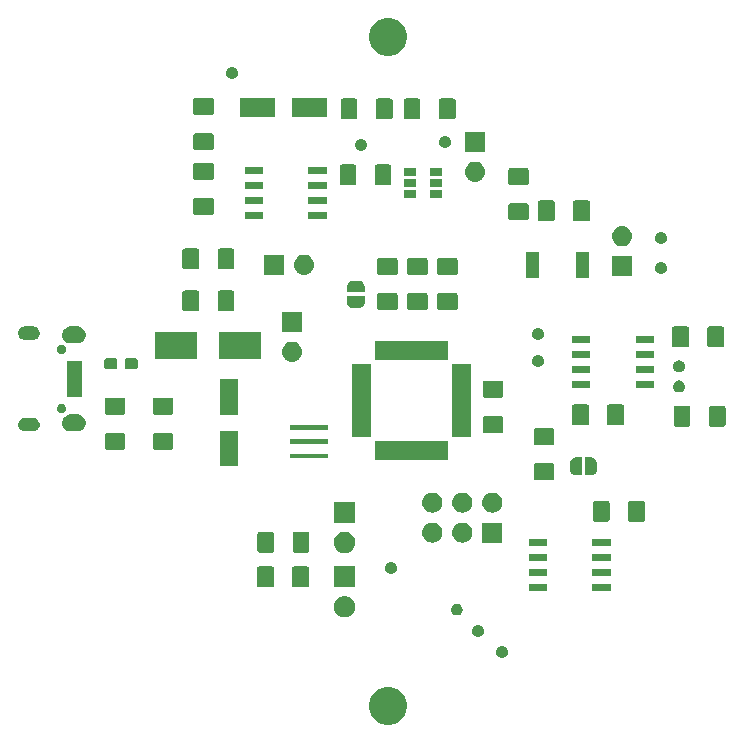
<source format=gbr>
G04 #@! TF.GenerationSoftware,KiCad,Pcbnew,(5.0.1-3-g963ef8bb5)*
G04 #@! TF.CreationDate,2019-06-08T22:51:48-04:00*
G04 #@! TF.ProjectId,EFCv2,45464376322E6B696361645F70636200,rev?*
G04 #@! TF.SameCoordinates,Original*
G04 #@! TF.FileFunction,Soldermask,Top*
G04 #@! TF.FilePolarity,Negative*
%FSLAX46Y46*%
G04 Gerber Fmt 4.6, Leading zero omitted, Abs format (unit mm)*
G04 Created by KiCad (PCBNEW (5.0.1-3-g963ef8bb5)) date Saturday, June 08, 2019 at 10:51:48 pm*
%MOMM*%
%LPD*%
G01*
G04 APERTURE LIST*
%ADD10C,0.100000*%
G04 APERTURE END LIST*
D10*
G36*
X84286703Y-108443486D02*
X84577883Y-108564097D01*
X84839944Y-108739201D01*
X85062799Y-108962056D01*
X85237903Y-109224117D01*
X85358514Y-109515297D01*
X85420000Y-109824412D01*
X85420000Y-110139588D01*
X85358514Y-110448703D01*
X85237903Y-110739883D01*
X85062799Y-111001944D01*
X84839944Y-111224799D01*
X84577883Y-111399903D01*
X84286703Y-111520514D01*
X83977588Y-111582000D01*
X83662412Y-111582000D01*
X83353297Y-111520514D01*
X83062117Y-111399903D01*
X82800056Y-111224799D01*
X82577201Y-111001944D01*
X82402097Y-110739883D01*
X82281486Y-110448703D01*
X82220000Y-110139588D01*
X82220000Y-109824412D01*
X82281486Y-109515297D01*
X82402097Y-109224117D01*
X82577201Y-108962056D01*
X82800056Y-108739201D01*
X83062117Y-108564097D01*
X83353297Y-108443486D01*
X83662412Y-108382000D01*
X83977588Y-108382000D01*
X84286703Y-108443486D01*
X84286703Y-108443486D01*
G37*
G36*
X93617845Y-104929215D02*
X93708839Y-104966906D01*
X93789640Y-105020896D01*
X93790734Y-105021627D01*
X93860373Y-105091266D01*
X93915095Y-105173163D01*
X93952785Y-105264155D01*
X93972000Y-105360755D01*
X93972000Y-105459245D01*
X93952785Y-105555845D01*
X93915095Y-105646837D01*
X93860373Y-105728734D01*
X93790734Y-105798373D01*
X93790731Y-105798375D01*
X93708839Y-105853094D01*
X93617845Y-105890785D01*
X93521246Y-105910000D01*
X93422754Y-105910000D01*
X93326155Y-105890785D01*
X93235161Y-105853094D01*
X93153269Y-105798375D01*
X93153266Y-105798373D01*
X93083627Y-105728734D01*
X93028905Y-105646837D01*
X92991215Y-105555845D01*
X92972000Y-105459245D01*
X92972000Y-105360755D01*
X92991215Y-105264155D01*
X93028905Y-105173163D01*
X93083627Y-105091266D01*
X93153266Y-105021627D01*
X93154360Y-105020896D01*
X93235161Y-104966906D01*
X93326155Y-104929215D01*
X93422754Y-104910000D01*
X93521246Y-104910000D01*
X93617845Y-104929215D01*
X93617845Y-104929215D01*
G37*
G36*
X91585845Y-103151215D02*
X91676839Y-103188906D01*
X91757640Y-103242896D01*
X91758734Y-103243627D01*
X91828373Y-103313266D01*
X91883095Y-103395163D01*
X91920785Y-103486155D01*
X91940000Y-103582755D01*
X91940000Y-103681245D01*
X91920785Y-103777845D01*
X91883095Y-103868837D01*
X91828373Y-103950734D01*
X91758734Y-104020373D01*
X91758731Y-104020375D01*
X91676839Y-104075094D01*
X91585845Y-104112785D01*
X91489246Y-104132000D01*
X91390754Y-104132000D01*
X91294155Y-104112785D01*
X91203161Y-104075094D01*
X91121269Y-104020375D01*
X91121266Y-104020373D01*
X91051627Y-103950734D01*
X90996905Y-103868837D01*
X90959215Y-103777845D01*
X90940000Y-103681245D01*
X90940000Y-103582755D01*
X90959215Y-103486155D01*
X90996905Y-103395163D01*
X91051627Y-103313266D01*
X91121266Y-103243627D01*
X91122360Y-103242896D01*
X91203161Y-103188906D01*
X91294155Y-103151215D01*
X91390754Y-103132000D01*
X91489246Y-103132000D01*
X91585845Y-103151215D01*
X91585845Y-103151215D01*
G37*
G36*
X80399521Y-100734586D02*
X80563309Y-100802429D01*
X80710720Y-100900926D01*
X80836074Y-101026280D01*
X80934571Y-101173691D01*
X81002414Y-101337479D01*
X81037000Y-101511356D01*
X81037000Y-101688644D01*
X81002414Y-101862521D01*
X80934571Y-102026309D01*
X80836074Y-102173720D01*
X80710720Y-102299074D01*
X80563309Y-102397571D01*
X80399521Y-102465414D01*
X80225644Y-102500000D01*
X80048356Y-102500000D01*
X79874479Y-102465414D01*
X79710691Y-102397571D01*
X79563280Y-102299074D01*
X79437926Y-102173720D01*
X79339429Y-102026309D01*
X79271586Y-101862521D01*
X79237000Y-101688644D01*
X79237000Y-101511356D01*
X79271586Y-101337479D01*
X79339429Y-101173691D01*
X79437926Y-101026280D01*
X79563280Y-100900926D01*
X79710691Y-100802429D01*
X79874479Y-100734586D01*
X80048356Y-100700000D01*
X80225644Y-100700000D01*
X80399521Y-100734586D01*
X80399521Y-100734586D01*
G37*
G36*
X89789794Y-101355164D02*
X89880788Y-101392855D01*
X89961589Y-101446845D01*
X89962683Y-101447576D01*
X90032322Y-101517215D01*
X90087044Y-101599112D01*
X90124734Y-101690104D01*
X90143949Y-101786704D01*
X90143949Y-101885194D01*
X90124734Y-101981794D01*
X90087044Y-102072786D01*
X90032322Y-102154683D01*
X89962683Y-102224322D01*
X89962680Y-102224324D01*
X89880788Y-102279043D01*
X89789794Y-102316734D01*
X89693195Y-102335949D01*
X89594703Y-102335949D01*
X89498104Y-102316734D01*
X89407110Y-102279043D01*
X89325218Y-102224324D01*
X89325215Y-102224322D01*
X89255576Y-102154683D01*
X89200854Y-102072786D01*
X89163164Y-101981794D01*
X89143949Y-101885194D01*
X89143949Y-101786704D01*
X89163164Y-101690104D01*
X89200854Y-101599112D01*
X89255576Y-101517215D01*
X89325215Y-101447576D01*
X89326309Y-101446845D01*
X89407110Y-101392855D01*
X89498104Y-101355164D01*
X89594703Y-101335949D01*
X89693195Y-101335949D01*
X89789794Y-101355164D01*
X89789794Y-101355164D01*
G37*
G36*
X102681765Y-100289323D02*
X101131765Y-100289323D01*
X101131765Y-99689323D01*
X102681765Y-99689323D01*
X102681765Y-100289323D01*
X102681765Y-100289323D01*
G37*
G36*
X97281765Y-100289323D02*
X95731765Y-100289323D01*
X95731765Y-99689323D01*
X97281765Y-99689323D01*
X97281765Y-100289323D01*
X97281765Y-100289323D01*
G37*
G36*
X81037000Y-99960000D02*
X79237000Y-99960000D01*
X79237000Y-98160000D01*
X81037000Y-98160000D01*
X81037000Y-99960000D01*
X81037000Y-99960000D01*
G37*
G36*
X76993964Y-98188837D02*
X77025528Y-98198412D01*
X77054617Y-98213960D01*
X77080114Y-98234886D01*
X77101040Y-98260383D01*
X77116588Y-98289472D01*
X77126163Y-98321036D01*
X77130000Y-98359998D01*
X77130000Y-99760002D01*
X77126163Y-99798964D01*
X77116588Y-99830528D01*
X77101040Y-99859617D01*
X77080114Y-99885114D01*
X77054617Y-99906040D01*
X77025528Y-99921588D01*
X76993964Y-99931163D01*
X76955002Y-99935000D01*
X75879998Y-99935000D01*
X75841036Y-99931163D01*
X75809472Y-99921588D01*
X75780383Y-99906040D01*
X75754886Y-99885114D01*
X75733960Y-99859617D01*
X75718412Y-99830528D01*
X75708837Y-99798964D01*
X75705000Y-99760002D01*
X75705000Y-98359998D01*
X75708837Y-98321036D01*
X75718412Y-98289472D01*
X75733960Y-98260383D01*
X75754886Y-98234886D01*
X75780383Y-98213960D01*
X75809472Y-98198412D01*
X75841036Y-98188837D01*
X75879998Y-98185000D01*
X76955002Y-98185000D01*
X76993964Y-98188837D01*
X76993964Y-98188837D01*
G37*
G36*
X74018964Y-98188837D02*
X74050528Y-98198412D01*
X74079617Y-98213960D01*
X74105114Y-98234886D01*
X74126040Y-98260383D01*
X74141588Y-98289472D01*
X74151163Y-98321036D01*
X74155000Y-98359998D01*
X74155000Y-99760002D01*
X74151163Y-99798964D01*
X74141588Y-99830528D01*
X74126040Y-99859617D01*
X74105114Y-99885114D01*
X74079617Y-99906040D01*
X74050528Y-99921588D01*
X74018964Y-99931163D01*
X73980002Y-99935000D01*
X72904998Y-99935000D01*
X72866036Y-99931163D01*
X72834472Y-99921588D01*
X72805383Y-99906040D01*
X72779886Y-99885114D01*
X72758960Y-99859617D01*
X72743412Y-99830528D01*
X72733837Y-99798964D01*
X72730000Y-99760002D01*
X72730000Y-98359998D01*
X72733837Y-98321036D01*
X72743412Y-98289472D01*
X72758960Y-98260383D01*
X72779886Y-98234886D01*
X72805383Y-98213960D01*
X72834472Y-98198412D01*
X72866036Y-98188837D01*
X72904998Y-98185000D01*
X73980002Y-98185000D01*
X74018964Y-98188837D01*
X74018964Y-98188837D01*
G37*
G36*
X102681765Y-99019323D02*
X101131765Y-99019323D01*
X101131765Y-98419323D01*
X102681765Y-98419323D01*
X102681765Y-99019323D01*
X102681765Y-99019323D01*
G37*
G36*
X97281765Y-99019323D02*
X95731765Y-99019323D01*
X95731765Y-98419323D01*
X97281765Y-98419323D01*
X97281765Y-99019323D01*
X97281765Y-99019323D01*
G37*
G36*
X84219845Y-97817215D02*
X84310839Y-97854906D01*
X84391640Y-97908896D01*
X84392734Y-97909627D01*
X84462373Y-97979266D01*
X84517095Y-98061163D01*
X84554785Y-98152155D01*
X84574000Y-98248755D01*
X84574000Y-98347245D01*
X84554785Y-98443845D01*
X84517095Y-98534837D01*
X84462373Y-98616734D01*
X84392734Y-98686373D01*
X84392731Y-98686375D01*
X84310839Y-98741094D01*
X84219845Y-98778785D01*
X84123246Y-98798000D01*
X84024754Y-98798000D01*
X83928155Y-98778785D01*
X83837161Y-98741094D01*
X83755269Y-98686375D01*
X83755266Y-98686373D01*
X83685627Y-98616734D01*
X83630905Y-98534837D01*
X83593215Y-98443845D01*
X83574000Y-98347245D01*
X83574000Y-98248755D01*
X83593215Y-98152155D01*
X83630905Y-98061163D01*
X83685627Y-97979266D01*
X83755266Y-97909627D01*
X83756360Y-97908896D01*
X83837161Y-97854906D01*
X83928155Y-97817215D01*
X84024754Y-97798000D01*
X84123246Y-97798000D01*
X84219845Y-97817215D01*
X84219845Y-97817215D01*
G37*
G36*
X97281765Y-97749323D02*
X95731765Y-97749323D01*
X95731765Y-97149323D01*
X97281765Y-97149323D01*
X97281765Y-97749323D01*
X97281765Y-97749323D01*
G37*
G36*
X102681765Y-97749323D02*
X101131765Y-97749323D01*
X101131765Y-97149323D01*
X102681765Y-97149323D01*
X102681765Y-97749323D01*
X102681765Y-97749323D01*
G37*
G36*
X80399521Y-95273586D02*
X80563309Y-95341429D01*
X80710720Y-95439926D01*
X80836074Y-95565280D01*
X80934571Y-95712691D01*
X81002414Y-95876479D01*
X81037000Y-96050356D01*
X81037000Y-96227644D01*
X81002414Y-96401521D01*
X80934571Y-96565309D01*
X80836074Y-96712720D01*
X80710720Y-96838074D01*
X80563309Y-96936571D01*
X80399521Y-97004414D01*
X80225644Y-97039000D01*
X80048356Y-97039000D01*
X79874479Y-97004414D01*
X79710691Y-96936571D01*
X79563280Y-96838074D01*
X79437926Y-96712720D01*
X79339429Y-96565309D01*
X79271586Y-96401521D01*
X79237000Y-96227644D01*
X79237000Y-96050356D01*
X79271586Y-95876479D01*
X79339429Y-95712691D01*
X79437926Y-95565280D01*
X79563280Y-95439926D01*
X79710691Y-95341429D01*
X79874479Y-95273586D01*
X80048356Y-95239000D01*
X80225644Y-95239000D01*
X80399521Y-95273586D01*
X80399521Y-95273586D01*
G37*
G36*
X77030464Y-95267837D02*
X77062028Y-95277412D01*
X77091117Y-95292960D01*
X77116614Y-95313886D01*
X77137540Y-95339383D01*
X77153088Y-95368472D01*
X77162663Y-95400036D01*
X77166500Y-95438998D01*
X77166500Y-96839002D01*
X77162663Y-96877964D01*
X77153088Y-96909528D01*
X77137540Y-96938617D01*
X77116614Y-96964114D01*
X77091117Y-96985040D01*
X77062028Y-97000588D01*
X77030464Y-97010163D01*
X76991502Y-97014000D01*
X75916498Y-97014000D01*
X75877536Y-97010163D01*
X75845972Y-97000588D01*
X75816883Y-96985040D01*
X75791386Y-96964114D01*
X75770460Y-96938617D01*
X75754912Y-96909528D01*
X75745337Y-96877964D01*
X75741500Y-96839002D01*
X75741500Y-95438998D01*
X75745337Y-95400036D01*
X75754912Y-95368472D01*
X75770460Y-95339383D01*
X75791386Y-95313886D01*
X75816883Y-95292960D01*
X75845972Y-95277412D01*
X75877536Y-95267837D01*
X75916498Y-95264000D01*
X76991502Y-95264000D01*
X77030464Y-95267837D01*
X77030464Y-95267837D01*
G37*
G36*
X74055464Y-95267837D02*
X74087028Y-95277412D01*
X74116117Y-95292960D01*
X74141614Y-95313886D01*
X74162540Y-95339383D01*
X74178088Y-95368472D01*
X74187663Y-95400036D01*
X74191500Y-95438998D01*
X74191500Y-96839002D01*
X74187663Y-96877964D01*
X74178088Y-96909528D01*
X74162540Y-96938617D01*
X74141614Y-96964114D01*
X74116117Y-96985040D01*
X74087028Y-97000588D01*
X74055464Y-97010163D01*
X74016502Y-97014000D01*
X72941498Y-97014000D01*
X72902536Y-97010163D01*
X72870972Y-97000588D01*
X72841883Y-96985040D01*
X72816386Y-96964114D01*
X72795460Y-96938617D01*
X72779912Y-96909528D01*
X72770337Y-96877964D01*
X72766500Y-96839002D01*
X72766500Y-95438998D01*
X72770337Y-95400036D01*
X72779912Y-95368472D01*
X72795460Y-95339383D01*
X72816386Y-95313886D01*
X72841883Y-95292960D01*
X72870972Y-95277412D01*
X72902536Y-95267837D01*
X72941498Y-95264000D01*
X74016502Y-95264000D01*
X74055464Y-95267837D01*
X74055464Y-95267837D01*
G37*
G36*
X97281765Y-96479323D02*
X95731765Y-96479323D01*
X95731765Y-95879323D01*
X97281765Y-95879323D01*
X97281765Y-96479323D01*
X97281765Y-96479323D01*
G37*
G36*
X102681765Y-96479323D02*
X101131765Y-96479323D01*
X101131765Y-95879323D01*
X102681765Y-95879323D01*
X102681765Y-96479323D01*
X102681765Y-96479323D01*
G37*
G36*
X93496500Y-96163500D02*
X91796500Y-96163500D01*
X91796500Y-94463500D01*
X93496500Y-94463500D01*
X93496500Y-96163500D01*
X93496500Y-96163500D01*
G37*
G36*
X90273130Y-94475799D02*
X90433355Y-94524403D01*
X90581020Y-94603331D01*
X90710449Y-94709551D01*
X90816669Y-94838980D01*
X90895597Y-94986645D01*
X90944201Y-95146870D01*
X90960612Y-95313500D01*
X90944201Y-95480130D01*
X90895597Y-95640355D01*
X90816669Y-95788020D01*
X90710449Y-95917449D01*
X90581020Y-96023669D01*
X90433355Y-96102597D01*
X90273130Y-96151201D01*
X90148252Y-96163500D01*
X90064748Y-96163500D01*
X89939870Y-96151201D01*
X89779645Y-96102597D01*
X89631980Y-96023669D01*
X89502551Y-95917449D01*
X89396331Y-95788020D01*
X89317403Y-95640355D01*
X89268799Y-95480130D01*
X89252388Y-95313500D01*
X89268799Y-95146870D01*
X89317403Y-94986645D01*
X89396331Y-94838980D01*
X89502551Y-94709551D01*
X89631980Y-94603331D01*
X89779645Y-94524403D01*
X89939870Y-94475799D01*
X90064748Y-94463500D01*
X90148252Y-94463500D01*
X90273130Y-94475799D01*
X90273130Y-94475799D01*
G37*
G36*
X87733130Y-94475799D02*
X87893355Y-94524403D01*
X88041020Y-94603331D01*
X88170449Y-94709551D01*
X88276669Y-94838980D01*
X88355597Y-94986645D01*
X88404201Y-95146870D01*
X88420612Y-95313500D01*
X88404201Y-95480130D01*
X88355597Y-95640355D01*
X88276669Y-95788020D01*
X88170449Y-95917449D01*
X88041020Y-96023669D01*
X87893355Y-96102597D01*
X87733130Y-96151201D01*
X87608252Y-96163500D01*
X87524748Y-96163500D01*
X87399870Y-96151201D01*
X87239645Y-96102597D01*
X87091980Y-96023669D01*
X86962551Y-95917449D01*
X86856331Y-95788020D01*
X86777403Y-95640355D01*
X86728799Y-95480130D01*
X86712388Y-95313500D01*
X86728799Y-95146870D01*
X86777403Y-94986645D01*
X86856331Y-94838980D01*
X86962551Y-94709551D01*
X87091980Y-94603331D01*
X87239645Y-94524403D01*
X87399870Y-94475799D01*
X87524748Y-94463500D01*
X87608252Y-94463500D01*
X87733130Y-94475799D01*
X87733130Y-94475799D01*
G37*
G36*
X81037000Y-94499000D02*
X79237000Y-94499000D01*
X79237000Y-92699000D01*
X81037000Y-92699000D01*
X81037000Y-94499000D01*
X81037000Y-94499000D01*
G37*
G36*
X102450229Y-92641160D02*
X102481793Y-92650735D01*
X102510882Y-92666283D01*
X102536379Y-92687209D01*
X102557305Y-92712706D01*
X102572853Y-92741795D01*
X102582428Y-92773359D01*
X102586265Y-92812321D01*
X102586265Y-94212325D01*
X102582428Y-94251287D01*
X102572853Y-94282851D01*
X102557305Y-94311940D01*
X102536379Y-94337437D01*
X102510882Y-94358363D01*
X102481793Y-94373911D01*
X102450229Y-94383486D01*
X102411267Y-94387323D01*
X101336263Y-94387323D01*
X101297301Y-94383486D01*
X101265737Y-94373911D01*
X101236648Y-94358363D01*
X101211151Y-94337437D01*
X101190225Y-94311940D01*
X101174677Y-94282851D01*
X101165102Y-94251287D01*
X101161265Y-94212325D01*
X101161265Y-92812321D01*
X101165102Y-92773359D01*
X101174677Y-92741795D01*
X101190225Y-92712706D01*
X101211151Y-92687209D01*
X101236648Y-92666283D01*
X101265737Y-92650735D01*
X101297301Y-92641160D01*
X101336263Y-92637323D01*
X102411267Y-92637323D01*
X102450229Y-92641160D01*
X102450229Y-92641160D01*
G37*
G36*
X105425229Y-92641160D02*
X105456793Y-92650735D01*
X105485882Y-92666283D01*
X105511379Y-92687209D01*
X105532305Y-92712706D01*
X105547853Y-92741795D01*
X105557428Y-92773359D01*
X105561265Y-92812321D01*
X105561265Y-94212325D01*
X105557428Y-94251287D01*
X105547853Y-94282851D01*
X105532305Y-94311940D01*
X105511379Y-94337437D01*
X105485882Y-94358363D01*
X105456793Y-94373911D01*
X105425229Y-94383486D01*
X105386267Y-94387323D01*
X104311263Y-94387323D01*
X104272301Y-94383486D01*
X104240737Y-94373911D01*
X104211648Y-94358363D01*
X104186151Y-94337437D01*
X104165225Y-94311940D01*
X104149677Y-94282851D01*
X104140102Y-94251287D01*
X104136265Y-94212325D01*
X104136265Y-92812321D01*
X104140102Y-92773359D01*
X104149677Y-92741795D01*
X104165225Y-92712706D01*
X104186151Y-92687209D01*
X104211648Y-92666283D01*
X104240737Y-92650735D01*
X104272301Y-92641160D01*
X104311263Y-92637323D01*
X105386267Y-92637323D01*
X105425229Y-92641160D01*
X105425229Y-92641160D01*
G37*
G36*
X92813130Y-91935799D02*
X92973355Y-91984403D01*
X93121020Y-92063331D01*
X93250449Y-92169551D01*
X93356669Y-92298980D01*
X93435597Y-92446645D01*
X93484201Y-92606870D01*
X93500612Y-92773500D01*
X93484201Y-92940130D01*
X93435597Y-93100355D01*
X93356669Y-93248020D01*
X93250449Y-93377449D01*
X93121020Y-93483669D01*
X92973355Y-93562597D01*
X92813130Y-93611201D01*
X92688252Y-93623500D01*
X92604748Y-93623500D01*
X92479870Y-93611201D01*
X92319645Y-93562597D01*
X92171980Y-93483669D01*
X92042551Y-93377449D01*
X91936331Y-93248020D01*
X91857403Y-93100355D01*
X91808799Y-92940130D01*
X91792388Y-92773500D01*
X91808799Y-92606870D01*
X91857403Y-92446645D01*
X91936331Y-92298980D01*
X92042551Y-92169551D01*
X92171980Y-92063331D01*
X92319645Y-91984403D01*
X92479870Y-91935799D01*
X92604748Y-91923500D01*
X92688252Y-91923500D01*
X92813130Y-91935799D01*
X92813130Y-91935799D01*
G37*
G36*
X90273130Y-91935799D02*
X90433355Y-91984403D01*
X90581020Y-92063331D01*
X90710449Y-92169551D01*
X90816669Y-92298980D01*
X90895597Y-92446645D01*
X90944201Y-92606870D01*
X90960612Y-92773500D01*
X90944201Y-92940130D01*
X90895597Y-93100355D01*
X90816669Y-93248020D01*
X90710449Y-93377449D01*
X90581020Y-93483669D01*
X90433355Y-93562597D01*
X90273130Y-93611201D01*
X90148252Y-93623500D01*
X90064748Y-93623500D01*
X89939870Y-93611201D01*
X89779645Y-93562597D01*
X89631980Y-93483669D01*
X89502551Y-93377449D01*
X89396331Y-93248020D01*
X89317403Y-93100355D01*
X89268799Y-92940130D01*
X89252388Y-92773500D01*
X89268799Y-92606870D01*
X89317403Y-92446645D01*
X89396331Y-92298980D01*
X89502551Y-92169551D01*
X89631980Y-92063331D01*
X89779645Y-91984403D01*
X89939870Y-91935799D01*
X90064748Y-91923500D01*
X90148252Y-91923500D01*
X90273130Y-91935799D01*
X90273130Y-91935799D01*
G37*
G36*
X87733130Y-91935799D02*
X87893355Y-91984403D01*
X88041020Y-92063331D01*
X88170449Y-92169551D01*
X88276669Y-92298980D01*
X88355597Y-92446645D01*
X88404201Y-92606870D01*
X88420612Y-92773500D01*
X88404201Y-92940130D01*
X88355597Y-93100355D01*
X88276669Y-93248020D01*
X88170449Y-93377449D01*
X88041020Y-93483669D01*
X87893355Y-93562597D01*
X87733130Y-93611201D01*
X87608252Y-93623500D01*
X87524748Y-93623500D01*
X87399870Y-93611201D01*
X87239645Y-93562597D01*
X87091980Y-93483669D01*
X86962551Y-93377449D01*
X86856331Y-93248020D01*
X86777403Y-93100355D01*
X86728799Y-92940130D01*
X86712388Y-92773500D01*
X86728799Y-92606870D01*
X86777403Y-92446645D01*
X86856331Y-92298980D01*
X86962551Y-92169551D01*
X87091980Y-92063331D01*
X87239645Y-91984403D01*
X87399870Y-91935799D01*
X87524748Y-91923500D01*
X87608252Y-91923500D01*
X87733130Y-91935799D01*
X87733130Y-91935799D01*
G37*
G36*
X97766964Y-89461337D02*
X97798528Y-89470912D01*
X97827617Y-89486460D01*
X97853114Y-89507386D01*
X97874040Y-89532883D01*
X97889588Y-89561972D01*
X97899163Y-89593536D01*
X97903000Y-89632498D01*
X97903000Y-90707502D01*
X97899163Y-90746464D01*
X97889588Y-90778028D01*
X97874040Y-90807117D01*
X97853114Y-90832614D01*
X97827617Y-90853540D01*
X97798528Y-90869088D01*
X97766964Y-90878663D01*
X97728002Y-90882500D01*
X96327998Y-90882500D01*
X96289036Y-90878663D01*
X96257472Y-90869088D01*
X96228383Y-90853540D01*
X96202886Y-90832614D01*
X96181960Y-90807117D01*
X96166412Y-90778028D01*
X96156837Y-90746464D01*
X96153000Y-90707502D01*
X96153000Y-89632498D01*
X96156837Y-89593536D01*
X96166412Y-89561972D01*
X96181960Y-89532883D01*
X96202886Y-89507386D01*
X96228383Y-89486460D01*
X96257472Y-89470912D01*
X96289036Y-89461337D01*
X96327998Y-89457500D01*
X97728002Y-89457500D01*
X97766964Y-89461337D01*
X97766964Y-89461337D01*
G37*
G36*
X101026968Y-88953524D02*
X101039218Y-88954126D01*
X101057637Y-88954126D01*
X101069915Y-88955335D01*
X101153997Y-88972060D01*
X101165813Y-88975645D01*
X101245020Y-89008453D01*
X101255905Y-89014270D01*
X101327190Y-89061902D01*
X101336738Y-89069738D01*
X101397350Y-89130350D01*
X101405186Y-89139898D01*
X101452818Y-89211183D01*
X101458635Y-89222068D01*
X101491443Y-89301275D01*
X101495028Y-89313091D01*
X101511753Y-89397173D01*
X101512962Y-89409451D01*
X101512962Y-89427870D01*
X101513564Y-89440120D01*
X101515370Y-89458460D01*
X101515370Y-89946186D01*
X101513564Y-89964526D01*
X101512962Y-89976776D01*
X101512962Y-89995195D01*
X101511753Y-90007473D01*
X101495028Y-90091555D01*
X101491443Y-90103371D01*
X101458635Y-90182578D01*
X101452818Y-90193463D01*
X101405186Y-90264748D01*
X101397350Y-90274296D01*
X101336738Y-90334908D01*
X101327190Y-90342744D01*
X101255905Y-90390376D01*
X101245020Y-90396193D01*
X101165813Y-90429001D01*
X101153997Y-90432586D01*
X101069915Y-90449311D01*
X101057637Y-90450520D01*
X101039218Y-90450520D01*
X101026968Y-90451122D01*
X101008628Y-90452928D01*
X100520902Y-90452928D01*
X100514766Y-90452324D01*
X100514764Y-90452322D01*
X100514160Y-90446186D01*
X100514160Y-88958460D01*
X100514764Y-88952324D01*
X100514765Y-88952323D01*
X100514767Y-88952322D01*
X100514766Y-88952322D01*
X100520902Y-88951718D01*
X101008628Y-88951718D01*
X101026968Y-88953524D01*
X101026968Y-88953524D01*
G37*
G36*
X100214764Y-88952322D02*
X100214763Y-88952322D01*
X100214765Y-88952323D01*
X100214766Y-88952324D01*
X100215370Y-88958460D01*
X100215370Y-90446186D01*
X100214766Y-90452322D01*
X100214764Y-90452324D01*
X100208628Y-90452928D01*
X99720902Y-90452928D01*
X99702562Y-90451122D01*
X99690312Y-90450520D01*
X99671893Y-90450520D01*
X99659615Y-90449311D01*
X99575533Y-90432586D01*
X99563717Y-90429001D01*
X99484510Y-90396193D01*
X99473625Y-90390376D01*
X99402340Y-90342744D01*
X99392792Y-90334908D01*
X99332180Y-90274296D01*
X99324344Y-90264748D01*
X99276712Y-90193463D01*
X99270895Y-90182578D01*
X99238087Y-90103371D01*
X99234502Y-90091555D01*
X99217777Y-90007473D01*
X99216568Y-89995195D01*
X99216568Y-89976776D01*
X99215966Y-89964526D01*
X99214160Y-89946186D01*
X99214160Y-89458460D01*
X99215966Y-89440120D01*
X99216568Y-89427870D01*
X99216568Y-89409451D01*
X99217777Y-89397173D01*
X99234502Y-89313091D01*
X99238087Y-89301275D01*
X99270895Y-89222068D01*
X99276712Y-89211183D01*
X99324344Y-89139898D01*
X99332180Y-89130350D01*
X99392792Y-89069738D01*
X99402340Y-89061902D01*
X99473625Y-89014270D01*
X99484510Y-89008453D01*
X99563717Y-88975645D01*
X99575533Y-88972060D01*
X99659615Y-88955335D01*
X99671893Y-88954126D01*
X99690312Y-88954126D01*
X99702562Y-88953524D01*
X99720902Y-88951718D01*
X100208628Y-88951718D01*
X100214764Y-88952322D01*
X100214764Y-88952322D01*
G37*
G36*
X71158000Y-89720000D02*
X69558000Y-89720000D01*
X69558000Y-86720000D01*
X71158000Y-86720000D01*
X71158000Y-89720000D01*
X71158000Y-89720000D01*
G37*
G36*
X88863500Y-89187500D02*
X82713500Y-89187500D01*
X82713500Y-87587500D01*
X88863500Y-87587500D01*
X88863500Y-89187500D01*
X88863500Y-89187500D01*
G37*
G36*
X78752500Y-89023500D02*
X75552500Y-89023500D01*
X75552500Y-88623500D01*
X78752500Y-88623500D01*
X78752500Y-89023500D01*
X78752500Y-89023500D01*
G37*
G36*
X65508964Y-86884837D02*
X65540528Y-86894412D01*
X65569617Y-86909960D01*
X65595114Y-86930886D01*
X65616040Y-86956383D01*
X65631588Y-86985472D01*
X65641163Y-87017036D01*
X65645000Y-87055998D01*
X65645000Y-88131002D01*
X65641163Y-88169964D01*
X65631588Y-88201528D01*
X65616040Y-88230617D01*
X65595114Y-88256114D01*
X65569617Y-88277040D01*
X65540528Y-88292588D01*
X65508964Y-88302163D01*
X65470002Y-88306000D01*
X64069998Y-88306000D01*
X64031036Y-88302163D01*
X63999472Y-88292588D01*
X63970383Y-88277040D01*
X63944886Y-88256114D01*
X63923960Y-88230617D01*
X63908412Y-88201528D01*
X63898837Y-88169964D01*
X63895000Y-88131002D01*
X63895000Y-87055998D01*
X63898837Y-87017036D01*
X63908412Y-86985472D01*
X63923960Y-86956383D01*
X63944886Y-86930886D01*
X63970383Y-86909960D01*
X63999472Y-86894412D01*
X64031036Y-86884837D01*
X64069998Y-86881000D01*
X65470002Y-86881000D01*
X65508964Y-86884837D01*
X65508964Y-86884837D01*
G37*
G36*
X61444964Y-86884837D02*
X61476528Y-86894412D01*
X61505617Y-86909960D01*
X61531114Y-86930886D01*
X61552040Y-86956383D01*
X61567588Y-86985472D01*
X61577163Y-87017036D01*
X61581000Y-87055998D01*
X61581000Y-88131002D01*
X61577163Y-88169964D01*
X61567588Y-88201528D01*
X61552040Y-88230617D01*
X61531114Y-88256114D01*
X61505617Y-88277040D01*
X61476528Y-88292588D01*
X61444964Y-88302163D01*
X61406002Y-88306000D01*
X60005998Y-88306000D01*
X59967036Y-88302163D01*
X59935472Y-88292588D01*
X59906383Y-88277040D01*
X59880886Y-88256114D01*
X59859960Y-88230617D01*
X59844412Y-88201528D01*
X59834837Y-88169964D01*
X59831000Y-88131002D01*
X59831000Y-87055998D01*
X59834837Y-87017036D01*
X59844412Y-86985472D01*
X59859960Y-86956383D01*
X59880886Y-86930886D01*
X59906383Y-86909960D01*
X59935472Y-86894412D01*
X59967036Y-86884837D01*
X60005998Y-86881000D01*
X61406002Y-86881000D01*
X61444964Y-86884837D01*
X61444964Y-86884837D01*
G37*
G36*
X97766964Y-86486337D02*
X97798528Y-86495912D01*
X97827617Y-86511460D01*
X97853114Y-86532386D01*
X97874040Y-86557883D01*
X97889588Y-86586972D01*
X97899163Y-86618536D01*
X97903000Y-86657498D01*
X97903000Y-87732502D01*
X97899163Y-87771464D01*
X97889588Y-87803028D01*
X97874040Y-87832117D01*
X97853114Y-87857614D01*
X97827617Y-87878540D01*
X97798528Y-87894088D01*
X97766964Y-87903663D01*
X97728002Y-87907500D01*
X96327998Y-87907500D01*
X96289036Y-87903663D01*
X96257472Y-87894088D01*
X96228383Y-87878540D01*
X96202886Y-87857614D01*
X96181960Y-87832117D01*
X96166412Y-87803028D01*
X96156837Y-87771464D01*
X96153000Y-87732502D01*
X96153000Y-86657498D01*
X96156837Y-86618536D01*
X96166412Y-86586972D01*
X96181960Y-86557883D01*
X96202886Y-86532386D01*
X96228383Y-86511460D01*
X96257472Y-86495912D01*
X96289036Y-86486337D01*
X96327998Y-86482500D01*
X97728002Y-86482500D01*
X97766964Y-86486337D01*
X97766964Y-86486337D01*
G37*
G36*
X78752500Y-87823500D02*
X75552500Y-87823500D01*
X75552500Y-87423500D01*
X78752500Y-87423500D01*
X78752500Y-87823500D01*
X78752500Y-87823500D01*
G37*
G36*
X90838500Y-87212500D02*
X89238500Y-87212500D01*
X89238500Y-81062500D01*
X90838500Y-81062500D01*
X90838500Y-87212500D01*
X90838500Y-87212500D01*
G37*
G36*
X82338500Y-87212500D02*
X80738500Y-87212500D01*
X80738500Y-81062500D01*
X82338500Y-81062500D01*
X82338500Y-87212500D01*
X82338500Y-87212500D01*
G37*
G36*
X93448964Y-85451337D02*
X93480528Y-85460912D01*
X93509617Y-85476460D01*
X93535114Y-85497386D01*
X93556040Y-85522883D01*
X93571588Y-85551972D01*
X93581163Y-85583536D01*
X93585000Y-85622498D01*
X93585000Y-86697502D01*
X93581163Y-86736464D01*
X93571588Y-86768028D01*
X93556040Y-86797117D01*
X93535114Y-86822614D01*
X93509617Y-86843540D01*
X93480528Y-86859088D01*
X93448964Y-86868663D01*
X93410002Y-86872500D01*
X92009998Y-86872500D01*
X91971036Y-86868663D01*
X91939472Y-86859088D01*
X91910383Y-86843540D01*
X91884886Y-86822614D01*
X91863960Y-86797117D01*
X91848412Y-86768028D01*
X91838837Y-86736464D01*
X91835000Y-86697502D01*
X91835000Y-85622498D01*
X91838837Y-85583536D01*
X91848412Y-85551972D01*
X91863960Y-85522883D01*
X91884886Y-85497386D01*
X91910383Y-85476460D01*
X91939472Y-85460912D01*
X91971036Y-85451337D01*
X92009998Y-85447500D01*
X93410002Y-85447500D01*
X93448964Y-85451337D01*
X93448964Y-85451337D01*
G37*
G36*
X57568113Y-85299497D02*
X57639125Y-85306491D01*
X57719921Y-85331000D01*
X57775789Y-85347947D01*
X57901738Y-85415269D01*
X58012132Y-85505868D01*
X58102731Y-85616262D01*
X58170053Y-85742211D01*
X58170053Y-85742212D01*
X58211509Y-85878875D01*
X58225507Y-86021000D01*
X58211509Y-86163125D01*
X58187726Y-86241528D01*
X58170053Y-86299789D01*
X58102731Y-86425738D01*
X58012132Y-86536132D01*
X57901738Y-86626731D01*
X57775789Y-86694053D01*
X57730234Y-86707872D01*
X57639125Y-86735509D01*
X57568113Y-86742503D01*
X57532608Y-86746000D01*
X56911392Y-86746000D01*
X56875887Y-86742503D01*
X56804875Y-86735509D01*
X56713766Y-86707872D01*
X56668211Y-86694053D01*
X56542262Y-86626731D01*
X56431868Y-86536132D01*
X56341269Y-86425738D01*
X56273947Y-86299789D01*
X56256274Y-86241528D01*
X56232491Y-86163125D01*
X56218493Y-86021000D01*
X56232491Y-85878875D01*
X56273947Y-85742212D01*
X56273947Y-85742211D01*
X56341269Y-85616262D01*
X56431868Y-85505868D01*
X56542262Y-85415269D01*
X56668211Y-85347947D01*
X56724079Y-85331000D01*
X56804875Y-85306491D01*
X56875887Y-85299497D01*
X56911392Y-85296000D01*
X57532608Y-85296000D01*
X57568113Y-85299497D01*
X57568113Y-85299497D01*
G37*
G36*
X53859716Y-85604319D02*
X53859719Y-85604320D01*
X53859720Y-85604320D01*
X53968108Y-85637199D01*
X53968110Y-85637200D01*
X54068000Y-85690593D01*
X54155554Y-85762446D01*
X54227407Y-85850000D01*
X54280800Y-85949890D01*
X54313681Y-86058284D01*
X54324782Y-86171000D01*
X54313681Y-86283716D01*
X54313680Y-86283719D01*
X54313680Y-86283720D01*
X54294788Y-86346000D01*
X54280800Y-86392110D01*
X54227407Y-86492000D01*
X54155554Y-86579554D01*
X54068000Y-86651407D01*
X54067998Y-86651408D01*
X53968108Y-86704801D01*
X53859720Y-86737680D01*
X53859719Y-86737680D01*
X53859716Y-86737681D01*
X53775250Y-86746000D01*
X53068750Y-86746000D01*
X52984284Y-86737681D01*
X52984281Y-86737680D01*
X52984280Y-86737680D01*
X52875892Y-86704801D01*
X52776002Y-86651408D01*
X52776000Y-86651407D01*
X52688446Y-86579554D01*
X52616593Y-86492000D01*
X52563200Y-86392110D01*
X52549213Y-86346000D01*
X52530320Y-86283720D01*
X52530320Y-86283719D01*
X52530319Y-86283716D01*
X52519218Y-86171000D01*
X52530319Y-86058284D01*
X52563200Y-85949890D01*
X52616593Y-85850000D01*
X52688446Y-85762446D01*
X52776000Y-85690593D01*
X52875890Y-85637200D01*
X52875892Y-85637199D01*
X52984280Y-85604320D01*
X52984281Y-85604320D01*
X52984284Y-85604319D01*
X53068750Y-85596000D01*
X53775250Y-85596000D01*
X53859716Y-85604319D01*
X53859716Y-85604319D01*
G37*
G36*
X78752500Y-86623500D02*
X75552500Y-86623500D01*
X75552500Y-86223500D01*
X78752500Y-86223500D01*
X78752500Y-86623500D01*
X78752500Y-86623500D01*
G37*
G36*
X112263464Y-84599837D02*
X112295028Y-84609412D01*
X112324117Y-84624960D01*
X112349614Y-84645886D01*
X112370540Y-84671383D01*
X112386088Y-84700472D01*
X112395663Y-84732036D01*
X112399500Y-84770998D01*
X112399500Y-86171000D01*
X112395663Y-86209964D01*
X112386088Y-86241528D01*
X112370540Y-86270617D01*
X112349614Y-86296114D01*
X112324117Y-86317040D01*
X112295028Y-86332588D01*
X112263464Y-86342163D01*
X112224502Y-86346000D01*
X111149498Y-86346000D01*
X111110536Y-86342163D01*
X111078972Y-86332588D01*
X111049883Y-86317040D01*
X111024386Y-86296114D01*
X111003460Y-86270617D01*
X110987912Y-86241528D01*
X110978337Y-86209964D01*
X110974500Y-86171000D01*
X110974500Y-84770998D01*
X110978337Y-84732036D01*
X110987912Y-84700472D01*
X111003460Y-84671383D01*
X111024386Y-84645886D01*
X111049883Y-84624960D01*
X111078972Y-84609412D01*
X111110536Y-84599837D01*
X111149498Y-84596000D01*
X112224502Y-84596000D01*
X112263464Y-84599837D01*
X112263464Y-84599837D01*
G37*
G36*
X109288464Y-84599837D02*
X109320028Y-84609412D01*
X109349117Y-84624960D01*
X109374614Y-84645886D01*
X109395540Y-84671383D01*
X109411088Y-84700472D01*
X109420663Y-84732036D01*
X109424500Y-84770998D01*
X109424500Y-86171000D01*
X109420663Y-86209964D01*
X109411088Y-86241528D01*
X109395540Y-86270617D01*
X109374614Y-86296114D01*
X109349117Y-86317040D01*
X109320028Y-86332588D01*
X109288464Y-86342163D01*
X109249502Y-86346000D01*
X108174498Y-86346000D01*
X108135536Y-86342163D01*
X108103972Y-86332588D01*
X108074883Y-86317040D01*
X108049386Y-86296114D01*
X108028460Y-86270617D01*
X108012912Y-86241528D01*
X108003337Y-86209964D01*
X107999500Y-86171000D01*
X107999500Y-84770998D01*
X108003337Y-84732036D01*
X108012912Y-84700472D01*
X108028460Y-84671383D01*
X108049386Y-84645886D01*
X108074883Y-84624960D01*
X108103972Y-84609412D01*
X108135536Y-84599837D01*
X108174498Y-84596000D01*
X109249502Y-84596000D01*
X109288464Y-84599837D01*
X109288464Y-84599837D01*
G37*
G36*
X103663964Y-84472837D02*
X103695528Y-84482412D01*
X103724617Y-84497960D01*
X103750114Y-84518886D01*
X103771040Y-84544383D01*
X103786588Y-84573472D01*
X103796163Y-84605036D01*
X103800000Y-84643998D01*
X103800000Y-86044002D01*
X103796163Y-86082964D01*
X103786588Y-86114528D01*
X103771040Y-86143617D01*
X103750114Y-86169114D01*
X103724617Y-86190040D01*
X103695528Y-86205588D01*
X103663964Y-86215163D01*
X103625002Y-86219000D01*
X102549998Y-86219000D01*
X102511036Y-86215163D01*
X102479472Y-86205588D01*
X102450383Y-86190040D01*
X102424886Y-86169114D01*
X102403960Y-86143617D01*
X102388412Y-86114528D01*
X102378837Y-86082964D01*
X102375000Y-86044002D01*
X102375000Y-84643998D01*
X102378837Y-84605036D01*
X102388412Y-84573472D01*
X102403960Y-84544383D01*
X102424886Y-84518886D01*
X102450383Y-84497960D01*
X102479472Y-84482412D01*
X102511036Y-84472837D01*
X102549998Y-84469000D01*
X103625002Y-84469000D01*
X103663964Y-84472837D01*
X103663964Y-84472837D01*
G37*
G36*
X100688964Y-84472837D02*
X100720528Y-84482412D01*
X100749617Y-84497960D01*
X100775114Y-84518886D01*
X100796040Y-84544383D01*
X100811588Y-84573472D01*
X100821163Y-84605036D01*
X100825000Y-84643998D01*
X100825000Y-86044002D01*
X100821163Y-86082964D01*
X100811588Y-86114528D01*
X100796040Y-86143617D01*
X100775114Y-86169114D01*
X100749617Y-86190040D01*
X100720528Y-86205588D01*
X100688964Y-86215163D01*
X100650002Y-86219000D01*
X99574998Y-86219000D01*
X99536036Y-86215163D01*
X99504472Y-86205588D01*
X99475383Y-86190040D01*
X99449886Y-86169114D01*
X99428960Y-86143617D01*
X99413412Y-86114528D01*
X99403837Y-86082964D01*
X99400000Y-86044002D01*
X99400000Y-84643998D01*
X99403837Y-84605036D01*
X99413412Y-84573472D01*
X99428960Y-84544383D01*
X99449886Y-84518886D01*
X99475383Y-84497960D01*
X99504472Y-84482412D01*
X99536036Y-84472837D01*
X99574998Y-84469000D01*
X100650002Y-84469000D01*
X100688964Y-84472837D01*
X100688964Y-84472837D01*
G37*
G36*
X61444964Y-83909837D02*
X61476528Y-83919412D01*
X61505617Y-83934960D01*
X61531114Y-83955886D01*
X61552040Y-83981383D01*
X61567588Y-84010472D01*
X61577163Y-84042036D01*
X61581000Y-84080998D01*
X61581000Y-85156002D01*
X61577163Y-85194964D01*
X61567588Y-85226528D01*
X61552040Y-85255617D01*
X61531114Y-85281114D01*
X61505617Y-85302040D01*
X61476528Y-85317588D01*
X61444964Y-85327163D01*
X61406002Y-85331000D01*
X60005998Y-85331000D01*
X59967036Y-85327163D01*
X59935472Y-85317588D01*
X59906383Y-85302040D01*
X59880886Y-85281114D01*
X59859960Y-85255617D01*
X59844412Y-85226528D01*
X59834837Y-85194964D01*
X59831000Y-85156002D01*
X59831000Y-84080998D01*
X59834837Y-84042036D01*
X59844412Y-84010472D01*
X59859960Y-83981383D01*
X59880886Y-83955886D01*
X59906383Y-83934960D01*
X59935472Y-83919412D01*
X59967036Y-83909837D01*
X60005998Y-83906000D01*
X61406002Y-83906000D01*
X61444964Y-83909837D01*
X61444964Y-83909837D01*
G37*
G36*
X65508964Y-83909837D02*
X65540528Y-83919412D01*
X65569617Y-83934960D01*
X65595114Y-83955886D01*
X65616040Y-83981383D01*
X65631588Y-84010472D01*
X65641163Y-84042036D01*
X65645000Y-84080998D01*
X65645000Y-85156002D01*
X65641163Y-85194964D01*
X65631588Y-85226528D01*
X65616040Y-85255617D01*
X65595114Y-85281114D01*
X65569617Y-85302040D01*
X65540528Y-85317588D01*
X65508964Y-85327163D01*
X65470002Y-85331000D01*
X64069998Y-85331000D01*
X64031036Y-85327163D01*
X63999472Y-85317588D01*
X63970383Y-85302040D01*
X63944886Y-85281114D01*
X63923960Y-85255617D01*
X63908412Y-85226528D01*
X63898837Y-85194964D01*
X63895000Y-85156002D01*
X63895000Y-84080998D01*
X63898837Y-84042036D01*
X63908412Y-84010472D01*
X63923960Y-83981383D01*
X63944886Y-83955886D01*
X63970383Y-83934960D01*
X63999472Y-83919412D01*
X64031036Y-83909837D01*
X64069998Y-83906000D01*
X65470002Y-83906000D01*
X65508964Y-83909837D01*
X65508964Y-83909837D01*
G37*
G36*
X71158000Y-85320000D02*
X69558000Y-85320000D01*
X69558000Y-82320000D01*
X71158000Y-82320000D01*
X71158000Y-85320000D01*
X71158000Y-85320000D01*
G37*
G36*
X56250414Y-84401788D02*
X56325814Y-84424660D01*
X56395303Y-84461803D01*
X56456211Y-84511789D01*
X56506197Y-84572697D01*
X56543340Y-84642186D01*
X56566212Y-84717586D01*
X56573935Y-84796000D01*
X56566212Y-84874414D01*
X56543340Y-84949814D01*
X56506197Y-85019303D01*
X56456211Y-85080211D01*
X56395303Y-85130197D01*
X56325814Y-85167340D01*
X56250414Y-85190212D01*
X56191647Y-85196000D01*
X56152353Y-85196000D01*
X56093586Y-85190212D01*
X56018186Y-85167340D01*
X55948697Y-85130197D01*
X55887789Y-85080211D01*
X55837803Y-85019303D01*
X55800660Y-84949814D01*
X55777788Y-84874414D01*
X55770065Y-84796000D01*
X55777788Y-84717586D01*
X55800660Y-84642186D01*
X55837803Y-84572697D01*
X55887789Y-84511789D01*
X55948697Y-84461803D01*
X56018186Y-84424660D01*
X56093586Y-84401788D01*
X56152353Y-84396000D01*
X56191647Y-84396000D01*
X56250414Y-84401788D01*
X56250414Y-84401788D01*
G37*
G36*
X93448964Y-82476337D02*
X93480528Y-82485912D01*
X93509617Y-82501460D01*
X93535114Y-82522386D01*
X93556040Y-82547883D01*
X93571588Y-82576972D01*
X93581163Y-82608536D01*
X93585000Y-82647498D01*
X93585000Y-83722502D01*
X93581163Y-83761464D01*
X93571588Y-83793028D01*
X93556040Y-83822117D01*
X93535114Y-83847614D01*
X93509617Y-83868540D01*
X93480528Y-83884088D01*
X93448964Y-83893663D01*
X93410002Y-83897500D01*
X92009998Y-83897500D01*
X91971036Y-83893663D01*
X91939472Y-83884088D01*
X91910383Y-83868540D01*
X91884886Y-83847614D01*
X91863960Y-83822117D01*
X91848412Y-83793028D01*
X91838837Y-83761464D01*
X91835000Y-83722502D01*
X91835000Y-82647498D01*
X91838837Y-82608536D01*
X91848412Y-82576972D01*
X91863960Y-82547883D01*
X91884886Y-82522386D01*
X91910383Y-82501460D01*
X91939472Y-82485912D01*
X91971036Y-82476337D01*
X92009998Y-82472500D01*
X93410002Y-82472500D01*
X93448964Y-82476337D01*
X93448964Y-82476337D01*
G37*
G36*
X57922000Y-83821000D02*
X56622000Y-83821000D01*
X56622000Y-80771000D01*
X57922000Y-80771000D01*
X57922000Y-83821000D01*
X57922000Y-83821000D01*
G37*
G36*
X108603845Y-82450215D02*
X108694839Y-82487906D01*
X108718925Y-82504000D01*
X108776734Y-82542627D01*
X108846373Y-82612266D01*
X108846375Y-82612269D01*
X108879939Y-82662500D01*
X108901095Y-82694163D01*
X108938785Y-82785155D01*
X108958000Y-82881755D01*
X108958000Y-82980245D01*
X108938785Y-83076845D01*
X108901095Y-83167837D01*
X108846373Y-83249734D01*
X108776734Y-83319373D01*
X108776731Y-83319375D01*
X108694839Y-83374094D01*
X108603845Y-83411785D01*
X108507246Y-83431000D01*
X108408754Y-83431000D01*
X108312155Y-83411785D01*
X108221161Y-83374094D01*
X108139269Y-83319375D01*
X108139266Y-83319373D01*
X108069627Y-83249734D01*
X108014905Y-83167837D01*
X107977215Y-83076845D01*
X107958000Y-82980245D01*
X107958000Y-82881755D01*
X107977215Y-82785155D01*
X108014905Y-82694163D01*
X108036062Y-82662500D01*
X108069625Y-82612269D01*
X108069627Y-82612266D01*
X108139266Y-82542627D01*
X108197075Y-82504000D01*
X108221161Y-82487906D01*
X108312155Y-82450215D01*
X108408754Y-82431000D01*
X108507246Y-82431000D01*
X108603845Y-82450215D01*
X108603845Y-82450215D01*
G37*
G36*
X106345000Y-83104000D02*
X104795000Y-83104000D01*
X104795000Y-82504000D01*
X106345000Y-82504000D01*
X106345000Y-83104000D01*
X106345000Y-83104000D01*
G37*
G36*
X100945000Y-83104000D02*
X99395000Y-83104000D01*
X99395000Y-82504000D01*
X100945000Y-82504000D01*
X100945000Y-83104000D01*
X100945000Y-83104000D01*
G37*
G36*
X106345000Y-81834000D02*
X104795000Y-81834000D01*
X104795000Y-81234000D01*
X106345000Y-81234000D01*
X106345000Y-81834000D01*
X106345000Y-81834000D01*
G37*
G36*
X100945000Y-81834000D02*
X99395000Y-81834000D01*
X99395000Y-81234000D01*
X100945000Y-81234000D01*
X100945000Y-81834000D01*
X100945000Y-81834000D01*
G37*
G36*
X108603845Y-80750215D02*
X108654025Y-80771000D01*
X108694839Y-80787906D01*
X108711587Y-80799097D01*
X108776734Y-80842627D01*
X108846373Y-80912266D01*
X108901095Y-80994163D01*
X108938785Y-81085155D01*
X108958000Y-81181755D01*
X108958000Y-81280245D01*
X108938785Y-81376845D01*
X108901095Y-81467837D01*
X108846373Y-81549734D01*
X108776734Y-81619373D01*
X108776731Y-81619375D01*
X108694839Y-81674094D01*
X108603845Y-81711785D01*
X108507246Y-81731000D01*
X108408754Y-81731000D01*
X108312155Y-81711785D01*
X108221161Y-81674094D01*
X108139269Y-81619375D01*
X108139266Y-81619373D01*
X108069627Y-81549734D01*
X108014905Y-81467837D01*
X107977215Y-81376845D01*
X107958000Y-81280245D01*
X107958000Y-81181755D01*
X107977215Y-81085155D01*
X108014905Y-80994163D01*
X108069627Y-80912266D01*
X108139266Y-80842627D01*
X108204413Y-80799097D01*
X108221161Y-80787906D01*
X108261976Y-80771000D01*
X108312155Y-80750215D01*
X108408754Y-80731000D01*
X108507246Y-80731000D01*
X108603845Y-80750215D01*
X108603845Y-80750215D01*
G37*
G36*
X60723024Y-80554955D02*
X60755736Y-80564879D01*
X60785890Y-80580997D01*
X60812316Y-80602684D01*
X60834003Y-80629110D01*
X60850121Y-80659264D01*
X60860045Y-80691976D01*
X60864000Y-80732138D01*
X60864000Y-81319862D01*
X60860045Y-81360024D01*
X60850121Y-81392736D01*
X60834003Y-81422890D01*
X60812316Y-81449316D01*
X60785890Y-81471003D01*
X60755736Y-81487121D01*
X60723024Y-81497045D01*
X60682862Y-81501000D01*
X59995138Y-81501000D01*
X59954976Y-81497045D01*
X59922264Y-81487121D01*
X59892110Y-81471003D01*
X59865684Y-81449316D01*
X59843997Y-81422890D01*
X59827879Y-81392736D01*
X59817955Y-81360024D01*
X59814000Y-81319862D01*
X59814000Y-80732138D01*
X59817955Y-80691976D01*
X59827879Y-80659264D01*
X59843997Y-80629110D01*
X59865684Y-80602684D01*
X59892110Y-80580997D01*
X59922264Y-80564879D01*
X59954976Y-80554955D01*
X59995138Y-80551000D01*
X60682862Y-80551000D01*
X60723024Y-80554955D01*
X60723024Y-80554955D01*
G37*
G36*
X62473024Y-80554955D02*
X62505736Y-80564879D01*
X62535890Y-80580997D01*
X62562316Y-80602684D01*
X62584003Y-80629110D01*
X62600121Y-80659264D01*
X62610045Y-80691976D01*
X62614000Y-80732138D01*
X62614000Y-81319862D01*
X62610045Y-81360024D01*
X62600121Y-81392736D01*
X62584003Y-81422890D01*
X62562316Y-81449316D01*
X62535890Y-81471003D01*
X62505736Y-81487121D01*
X62473024Y-81497045D01*
X62432862Y-81501000D01*
X61745138Y-81501000D01*
X61704976Y-81497045D01*
X61672264Y-81487121D01*
X61642110Y-81471003D01*
X61615684Y-81449316D01*
X61593997Y-81422890D01*
X61577879Y-81392736D01*
X61567955Y-81360024D01*
X61564000Y-81319862D01*
X61564000Y-80732138D01*
X61567955Y-80691976D01*
X61577879Y-80659264D01*
X61593997Y-80629110D01*
X61615684Y-80602684D01*
X61642110Y-80580997D01*
X61672264Y-80564879D01*
X61704976Y-80554955D01*
X61745138Y-80551000D01*
X62432862Y-80551000D01*
X62473024Y-80554955D01*
X62473024Y-80554955D01*
G37*
G36*
X96665845Y-80291215D02*
X96756839Y-80328906D01*
X96768735Y-80336855D01*
X96838734Y-80383627D01*
X96908373Y-80453266D01*
X96908375Y-80453269D01*
X96963094Y-80535161D01*
X97000785Y-80626155D01*
X97020000Y-80722754D01*
X97020000Y-80821246D01*
X97000785Y-80917845D01*
X96963094Y-81008839D01*
X96912101Y-81085155D01*
X96908373Y-81090734D01*
X96838734Y-81160373D01*
X96838731Y-81160375D01*
X96756839Y-81215094D01*
X96665845Y-81252785D01*
X96569246Y-81272000D01*
X96470754Y-81272000D01*
X96374155Y-81252785D01*
X96283161Y-81215094D01*
X96201269Y-81160375D01*
X96201266Y-81160373D01*
X96131627Y-81090734D01*
X96127899Y-81085155D01*
X96076906Y-81008839D01*
X96039215Y-80917845D01*
X96020000Y-80821246D01*
X96020000Y-80722754D01*
X96039215Y-80626155D01*
X96076906Y-80535161D01*
X96131625Y-80453269D01*
X96131627Y-80453266D01*
X96201266Y-80383627D01*
X96271265Y-80336855D01*
X96283161Y-80328906D01*
X96374155Y-80291215D01*
X96470754Y-80272000D01*
X96569246Y-80272000D01*
X96665845Y-80291215D01*
X96665845Y-80291215D01*
G37*
G36*
X75858630Y-79172299D02*
X76018855Y-79220903D01*
X76166520Y-79299831D01*
X76295949Y-79406051D01*
X76402169Y-79535480D01*
X76481097Y-79683145D01*
X76529701Y-79843370D01*
X76546112Y-80010000D01*
X76529701Y-80176630D01*
X76481097Y-80336855D01*
X76402169Y-80484520D01*
X76295949Y-80613949D01*
X76166520Y-80720169D01*
X76018855Y-80799097D01*
X75858630Y-80847701D01*
X75733752Y-80860000D01*
X75650248Y-80860000D01*
X75525370Y-80847701D01*
X75365145Y-80799097D01*
X75217480Y-80720169D01*
X75088051Y-80613949D01*
X74981831Y-80484520D01*
X74902903Y-80336855D01*
X74854299Y-80176630D01*
X74837888Y-80010000D01*
X74854299Y-79843370D01*
X74902903Y-79683145D01*
X74981831Y-79535480D01*
X75088051Y-79406051D01*
X75217480Y-79299831D01*
X75365145Y-79220903D01*
X75525370Y-79172299D01*
X75650248Y-79160000D01*
X75733752Y-79160000D01*
X75858630Y-79172299D01*
X75858630Y-79172299D01*
G37*
G36*
X88863500Y-80687500D02*
X82713500Y-80687500D01*
X82713500Y-79087500D01*
X88863500Y-79087500D01*
X88863500Y-80687500D01*
X88863500Y-80687500D01*
G37*
G36*
X73030000Y-80652000D02*
X69530000Y-80652000D01*
X69530000Y-78352000D01*
X73030000Y-78352000D01*
X73030000Y-80652000D01*
X73030000Y-80652000D01*
G37*
G36*
X67630000Y-80652000D02*
X64130000Y-80652000D01*
X64130000Y-78352000D01*
X67630000Y-78352000D01*
X67630000Y-80652000D01*
X67630000Y-80652000D01*
G37*
G36*
X106345000Y-80564000D02*
X104795000Y-80564000D01*
X104795000Y-79964000D01*
X106345000Y-79964000D01*
X106345000Y-80564000D01*
X106345000Y-80564000D01*
G37*
G36*
X100945000Y-80564000D02*
X99395000Y-80564000D01*
X99395000Y-79964000D01*
X100945000Y-79964000D01*
X100945000Y-80564000D01*
X100945000Y-80564000D01*
G37*
G36*
X56250414Y-79401788D02*
X56325814Y-79424660D01*
X56395303Y-79461803D01*
X56456211Y-79511789D01*
X56506197Y-79572697D01*
X56543340Y-79642186D01*
X56566212Y-79717586D01*
X56573935Y-79796000D01*
X56566212Y-79874414D01*
X56543340Y-79949814D01*
X56506197Y-80019303D01*
X56456211Y-80080211D01*
X56395303Y-80130197D01*
X56325814Y-80167340D01*
X56250414Y-80190212D01*
X56191647Y-80196000D01*
X56152353Y-80196000D01*
X56093586Y-80190212D01*
X56018186Y-80167340D01*
X55948697Y-80130197D01*
X55887789Y-80080211D01*
X55837803Y-80019303D01*
X55800660Y-79949814D01*
X55777788Y-79874414D01*
X55770065Y-79796000D01*
X55777788Y-79717586D01*
X55800660Y-79642186D01*
X55837803Y-79572697D01*
X55887789Y-79511789D01*
X55948697Y-79461803D01*
X56018186Y-79424660D01*
X56093586Y-79401788D01*
X56152353Y-79396000D01*
X56191647Y-79396000D01*
X56250414Y-79401788D01*
X56250414Y-79401788D01*
G37*
G36*
X109161464Y-77868837D02*
X109193028Y-77878412D01*
X109222117Y-77893960D01*
X109247614Y-77914886D01*
X109268540Y-77940383D01*
X109284088Y-77969472D01*
X109293663Y-78001036D01*
X109297500Y-78039998D01*
X109297500Y-79440002D01*
X109293663Y-79478964D01*
X109284088Y-79510528D01*
X109268540Y-79539617D01*
X109247614Y-79565114D01*
X109222117Y-79586040D01*
X109193028Y-79601588D01*
X109161464Y-79611163D01*
X109122502Y-79615000D01*
X108047498Y-79615000D01*
X108008536Y-79611163D01*
X107976972Y-79601588D01*
X107947883Y-79586040D01*
X107922386Y-79565114D01*
X107901460Y-79539617D01*
X107885912Y-79510528D01*
X107876337Y-79478964D01*
X107872500Y-79440002D01*
X107872500Y-78039998D01*
X107876337Y-78001036D01*
X107885912Y-77969472D01*
X107901460Y-77940383D01*
X107922386Y-77914886D01*
X107947883Y-77893960D01*
X107976972Y-77878412D01*
X108008536Y-77868837D01*
X108047498Y-77865000D01*
X109122502Y-77865000D01*
X109161464Y-77868837D01*
X109161464Y-77868837D01*
G37*
G36*
X112136464Y-77868837D02*
X112168028Y-77878412D01*
X112197117Y-77893960D01*
X112222614Y-77914886D01*
X112243540Y-77940383D01*
X112259088Y-77969472D01*
X112268663Y-78001036D01*
X112272500Y-78039998D01*
X112272500Y-79440002D01*
X112268663Y-79478964D01*
X112259088Y-79510528D01*
X112243540Y-79539617D01*
X112222614Y-79565114D01*
X112197117Y-79586040D01*
X112168028Y-79601588D01*
X112136464Y-79611163D01*
X112097502Y-79615000D01*
X111022498Y-79615000D01*
X110983536Y-79611163D01*
X110951972Y-79601588D01*
X110922883Y-79586040D01*
X110897386Y-79565114D01*
X110876460Y-79539617D01*
X110860912Y-79510528D01*
X110851337Y-79478964D01*
X110847500Y-79440002D01*
X110847500Y-78039998D01*
X110851337Y-78001036D01*
X110860912Y-77969472D01*
X110876460Y-77940383D01*
X110897386Y-77914886D01*
X110922883Y-77893960D01*
X110951972Y-77878412D01*
X110983536Y-77868837D01*
X111022498Y-77865000D01*
X112097502Y-77865000D01*
X112136464Y-77868837D01*
X112136464Y-77868837D01*
G37*
G36*
X57568113Y-77849497D02*
X57639125Y-77856491D01*
X57730234Y-77884128D01*
X57775789Y-77897947D01*
X57901738Y-77965269D01*
X58012132Y-78055868D01*
X58102731Y-78166262D01*
X58170053Y-78292211D01*
X58178482Y-78320000D01*
X58211509Y-78428875D01*
X58225507Y-78571000D01*
X58211509Y-78713125D01*
X58202750Y-78742000D01*
X58170053Y-78849789D01*
X58102731Y-78975738D01*
X58012132Y-79086132D01*
X57901738Y-79176731D01*
X57775789Y-79244053D01*
X57730234Y-79257872D01*
X57639125Y-79285509D01*
X57568113Y-79292503D01*
X57532608Y-79296000D01*
X56911392Y-79296000D01*
X56875887Y-79292503D01*
X56804875Y-79285509D01*
X56713766Y-79257872D01*
X56668211Y-79244053D01*
X56542262Y-79176731D01*
X56431868Y-79086132D01*
X56341269Y-78975738D01*
X56273947Y-78849789D01*
X56241250Y-78742000D01*
X56232491Y-78713125D01*
X56218493Y-78571000D01*
X56232491Y-78428875D01*
X56265518Y-78320000D01*
X56273947Y-78292211D01*
X56341269Y-78166262D01*
X56431868Y-78055868D01*
X56542262Y-77965269D01*
X56668211Y-77897947D01*
X56713766Y-77884128D01*
X56804875Y-77856491D01*
X56875887Y-77849497D01*
X56911392Y-77846000D01*
X57532608Y-77846000D01*
X57568113Y-77849497D01*
X57568113Y-77849497D01*
G37*
G36*
X106345000Y-79294000D02*
X104795000Y-79294000D01*
X104795000Y-78694000D01*
X106345000Y-78694000D01*
X106345000Y-79294000D01*
X106345000Y-79294000D01*
G37*
G36*
X100945000Y-79294000D02*
X99395000Y-79294000D01*
X99395000Y-78694000D01*
X100945000Y-78694000D01*
X100945000Y-79294000D01*
X100945000Y-79294000D01*
G37*
G36*
X53859716Y-77854319D02*
X53859719Y-77854320D01*
X53859720Y-77854320D01*
X53968108Y-77887199D01*
X53968110Y-77887200D01*
X54068000Y-77940593D01*
X54155554Y-78012446D01*
X54227407Y-78100000D01*
X54227408Y-78100002D01*
X54280801Y-78199892D01*
X54308806Y-78292212D01*
X54313681Y-78308284D01*
X54324782Y-78421000D01*
X54313681Y-78533716D01*
X54280800Y-78642110D01*
X54227407Y-78742000D01*
X54155554Y-78829554D01*
X54068000Y-78901407D01*
X54067998Y-78901408D01*
X53968108Y-78954801D01*
X53859720Y-78987680D01*
X53859719Y-78987680D01*
X53859716Y-78987681D01*
X53775250Y-78996000D01*
X53068750Y-78996000D01*
X52984284Y-78987681D01*
X52984281Y-78987680D01*
X52984280Y-78987680D01*
X52875892Y-78954801D01*
X52776002Y-78901408D01*
X52776000Y-78901407D01*
X52688446Y-78829554D01*
X52616593Y-78742000D01*
X52563200Y-78642110D01*
X52530319Y-78533716D01*
X52519218Y-78421000D01*
X52530319Y-78308284D01*
X52535194Y-78292212D01*
X52563199Y-78199892D01*
X52616592Y-78100002D01*
X52616593Y-78100000D01*
X52688446Y-78012446D01*
X52776000Y-77940593D01*
X52875890Y-77887200D01*
X52875892Y-77887199D01*
X52984280Y-77854320D01*
X52984281Y-77854320D01*
X52984284Y-77854319D01*
X53068750Y-77846000D01*
X53775250Y-77846000D01*
X53859716Y-77854319D01*
X53859716Y-77854319D01*
G37*
G36*
X96644836Y-78001036D02*
X96665845Y-78005215D01*
X96749819Y-78039998D01*
X96756839Y-78042906D01*
X96791741Y-78066227D01*
X96838734Y-78097627D01*
X96908373Y-78167266D01*
X96963095Y-78249163D01*
X97000785Y-78340155D01*
X97020000Y-78436755D01*
X97020000Y-78535245D01*
X97000785Y-78631845D01*
X96963095Y-78722837D01*
X96908373Y-78804734D01*
X96838734Y-78874373D01*
X96838731Y-78874375D01*
X96756839Y-78929094D01*
X96665845Y-78966785D01*
X96569246Y-78986000D01*
X96470754Y-78986000D01*
X96374155Y-78966785D01*
X96283161Y-78929094D01*
X96201269Y-78874375D01*
X96201266Y-78874373D01*
X96131627Y-78804734D01*
X96076905Y-78722837D01*
X96039215Y-78631845D01*
X96020000Y-78535245D01*
X96020000Y-78436755D01*
X96039215Y-78340155D01*
X96076905Y-78249163D01*
X96131627Y-78167266D01*
X96201266Y-78097627D01*
X96248259Y-78066227D01*
X96283161Y-78042906D01*
X96290182Y-78039998D01*
X96374155Y-78005215D01*
X96395164Y-78001036D01*
X96470754Y-77986000D01*
X96569246Y-77986000D01*
X96644836Y-78001036D01*
X96644836Y-78001036D01*
G37*
G36*
X76542000Y-78320000D02*
X74842000Y-78320000D01*
X74842000Y-76620000D01*
X76542000Y-76620000D01*
X76542000Y-78320000D01*
X76542000Y-78320000D01*
G37*
G36*
X70680464Y-74820837D02*
X70712028Y-74830412D01*
X70741117Y-74845960D01*
X70766614Y-74866886D01*
X70787540Y-74892383D01*
X70803088Y-74921472D01*
X70812663Y-74953036D01*
X70816500Y-74991998D01*
X70816500Y-76392002D01*
X70812663Y-76430964D01*
X70803088Y-76462528D01*
X70787540Y-76491617D01*
X70766614Y-76517114D01*
X70741117Y-76538040D01*
X70712028Y-76553588D01*
X70680464Y-76563163D01*
X70641502Y-76567000D01*
X69566498Y-76567000D01*
X69527536Y-76563163D01*
X69495972Y-76553588D01*
X69466883Y-76538040D01*
X69441386Y-76517114D01*
X69420460Y-76491617D01*
X69404912Y-76462528D01*
X69395337Y-76430964D01*
X69391500Y-76392002D01*
X69391500Y-74991998D01*
X69395337Y-74953036D01*
X69404912Y-74921472D01*
X69420460Y-74892383D01*
X69441386Y-74866886D01*
X69466883Y-74845960D01*
X69495972Y-74830412D01*
X69527536Y-74820837D01*
X69566498Y-74817000D01*
X70641502Y-74817000D01*
X70680464Y-74820837D01*
X70680464Y-74820837D01*
G37*
G36*
X67705464Y-74820837D02*
X67737028Y-74830412D01*
X67766117Y-74845960D01*
X67791614Y-74866886D01*
X67812540Y-74892383D01*
X67828088Y-74921472D01*
X67837663Y-74953036D01*
X67841500Y-74991998D01*
X67841500Y-76392002D01*
X67837663Y-76430964D01*
X67828088Y-76462528D01*
X67812540Y-76491617D01*
X67791614Y-76517114D01*
X67766117Y-76538040D01*
X67737028Y-76553588D01*
X67705464Y-76563163D01*
X67666502Y-76567000D01*
X66591498Y-76567000D01*
X66552536Y-76563163D01*
X66520972Y-76553588D01*
X66491883Y-76538040D01*
X66466386Y-76517114D01*
X66445460Y-76491617D01*
X66429912Y-76462528D01*
X66420337Y-76430964D01*
X66416500Y-76392002D01*
X66416500Y-74991998D01*
X66420337Y-74953036D01*
X66429912Y-74921472D01*
X66445460Y-74892383D01*
X66466386Y-74866886D01*
X66491883Y-74845960D01*
X66520972Y-74830412D01*
X66552536Y-74820837D01*
X66591498Y-74817000D01*
X67666502Y-74817000D01*
X67705464Y-74820837D01*
X67705464Y-74820837D01*
G37*
G36*
X84495464Y-75046837D02*
X84527028Y-75056412D01*
X84556117Y-75071960D01*
X84581614Y-75092886D01*
X84602540Y-75118383D01*
X84618088Y-75147472D01*
X84627663Y-75179036D01*
X84631500Y-75217998D01*
X84631500Y-76293002D01*
X84627663Y-76331964D01*
X84618088Y-76363528D01*
X84602540Y-76392617D01*
X84581614Y-76418114D01*
X84556117Y-76439040D01*
X84527028Y-76454588D01*
X84495464Y-76464163D01*
X84456502Y-76468000D01*
X83056498Y-76468000D01*
X83017536Y-76464163D01*
X82985972Y-76454588D01*
X82956883Y-76439040D01*
X82931386Y-76418114D01*
X82910460Y-76392617D01*
X82894912Y-76363528D01*
X82885337Y-76331964D01*
X82881500Y-76293002D01*
X82881500Y-75217998D01*
X82885337Y-75179036D01*
X82894912Y-75147472D01*
X82910460Y-75118383D01*
X82931386Y-75092886D01*
X82956883Y-75071960D01*
X82985972Y-75056412D01*
X83017536Y-75046837D01*
X83056498Y-75043000D01*
X84456502Y-75043000D01*
X84495464Y-75046837D01*
X84495464Y-75046837D01*
G37*
G36*
X87035464Y-75046837D02*
X87067028Y-75056412D01*
X87096117Y-75071960D01*
X87121614Y-75092886D01*
X87142540Y-75118383D01*
X87158088Y-75147472D01*
X87167663Y-75179036D01*
X87171500Y-75217998D01*
X87171500Y-76293002D01*
X87167663Y-76331964D01*
X87158088Y-76363528D01*
X87142540Y-76392617D01*
X87121614Y-76418114D01*
X87096117Y-76439040D01*
X87067028Y-76454588D01*
X87035464Y-76464163D01*
X86996502Y-76468000D01*
X85596498Y-76468000D01*
X85557536Y-76464163D01*
X85525972Y-76454588D01*
X85496883Y-76439040D01*
X85471386Y-76418114D01*
X85450460Y-76392617D01*
X85434912Y-76363528D01*
X85425337Y-76331964D01*
X85421500Y-76293002D01*
X85421500Y-75217998D01*
X85425337Y-75179036D01*
X85434912Y-75147472D01*
X85450460Y-75118383D01*
X85471386Y-75092886D01*
X85496883Y-75071960D01*
X85525972Y-75056412D01*
X85557536Y-75046837D01*
X85596498Y-75043000D01*
X86996502Y-75043000D01*
X87035464Y-75046837D01*
X87035464Y-75046837D01*
G37*
G36*
X89575464Y-75046837D02*
X89607028Y-75056412D01*
X89636117Y-75071960D01*
X89661614Y-75092886D01*
X89682540Y-75118383D01*
X89698088Y-75147472D01*
X89707663Y-75179036D01*
X89711500Y-75217998D01*
X89711500Y-76293002D01*
X89707663Y-76331964D01*
X89698088Y-76363528D01*
X89682540Y-76392617D01*
X89661614Y-76418114D01*
X89636117Y-76439040D01*
X89607028Y-76454588D01*
X89575464Y-76464163D01*
X89536502Y-76468000D01*
X88136498Y-76468000D01*
X88097536Y-76464163D01*
X88065972Y-76454588D01*
X88036883Y-76439040D01*
X88011386Y-76418114D01*
X87990460Y-76392617D01*
X87974912Y-76363528D01*
X87965337Y-76331964D01*
X87961500Y-76293002D01*
X87961500Y-75217998D01*
X87965337Y-75179036D01*
X87974912Y-75147472D01*
X87990460Y-75118383D01*
X88011386Y-75092886D01*
X88036883Y-75071960D01*
X88065972Y-75056412D01*
X88097536Y-75046837D01*
X88136498Y-75043000D01*
X89536502Y-75043000D01*
X89575464Y-75046837D01*
X89575464Y-75046837D01*
G37*
G36*
X81839499Y-75285499D02*
X81839498Y-75285499D01*
X81839500Y-75285500D01*
X81839501Y-75285501D01*
X81840105Y-75291637D01*
X81840105Y-75779363D01*
X81838299Y-75797703D01*
X81837697Y-75809953D01*
X81837697Y-75828372D01*
X81836488Y-75840650D01*
X81819763Y-75924732D01*
X81816178Y-75936548D01*
X81783370Y-76015755D01*
X81777553Y-76026640D01*
X81729921Y-76097925D01*
X81722085Y-76107473D01*
X81661473Y-76168085D01*
X81651925Y-76175921D01*
X81580640Y-76223553D01*
X81569755Y-76229370D01*
X81490548Y-76262178D01*
X81478732Y-76265763D01*
X81394650Y-76282488D01*
X81382372Y-76283697D01*
X81363953Y-76283697D01*
X81351703Y-76284299D01*
X81333363Y-76286105D01*
X80845637Y-76286105D01*
X80827297Y-76284299D01*
X80815047Y-76283697D01*
X80796628Y-76283697D01*
X80784350Y-76282488D01*
X80700268Y-76265763D01*
X80688452Y-76262178D01*
X80609245Y-76229370D01*
X80598360Y-76223553D01*
X80527075Y-76175921D01*
X80517527Y-76168085D01*
X80456915Y-76107473D01*
X80449079Y-76097925D01*
X80401447Y-76026640D01*
X80395630Y-76015755D01*
X80362822Y-75936548D01*
X80359237Y-75924732D01*
X80342512Y-75840650D01*
X80341303Y-75828372D01*
X80341303Y-75809953D01*
X80340701Y-75797703D01*
X80338895Y-75779363D01*
X80338895Y-75291637D01*
X80339499Y-75285501D01*
X80339500Y-75285500D01*
X80339502Y-75285499D01*
X80339501Y-75285499D01*
X80345637Y-75284895D01*
X81833363Y-75284895D01*
X81839499Y-75285499D01*
X81839499Y-75285499D01*
G37*
G36*
X81351703Y-73986701D02*
X81363953Y-73987303D01*
X81382372Y-73987303D01*
X81394650Y-73988512D01*
X81478732Y-74005237D01*
X81490548Y-74008822D01*
X81569755Y-74041630D01*
X81580640Y-74047447D01*
X81651925Y-74095079D01*
X81661473Y-74102915D01*
X81722085Y-74163527D01*
X81729921Y-74173075D01*
X81777553Y-74244360D01*
X81783370Y-74255245D01*
X81816178Y-74334452D01*
X81819763Y-74346268D01*
X81836488Y-74430350D01*
X81837697Y-74442628D01*
X81837697Y-74461047D01*
X81838299Y-74473297D01*
X81840105Y-74491637D01*
X81840105Y-74979363D01*
X81839501Y-74985499D01*
X81839499Y-74985501D01*
X81833363Y-74986105D01*
X80345637Y-74986105D01*
X80339501Y-74985501D01*
X80339499Y-74985499D01*
X80338895Y-74979363D01*
X80338895Y-74491637D01*
X80340701Y-74473297D01*
X80341303Y-74461047D01*
X80341303Y-74442628D01*
X80342512Y-74430350D01*
X80359237Y-74346268D01*
X80362822Y-74334452D01*
X80395630Y-74255245D01*
X80401447Y-74244360D01*
X80449079Y-74173075D01*
X80456915Y-74163527D01*
X80517527Y-74102915D01*
X80527075Y-74095079D01*
X80598360Y-74047447D01*
X80609245Y-74041630D01*
X80688452Y-74008822D01*
X80700268Y-74005237D01*
X80784350Y-73988512D01*
X80796628Y-73987303D01*
X80815047Y-73987303D01*
X80827297Y-73986701D01*
X80845637Y-73984895D01*
X81333363Y-73984895D01*
X81351703Y-73986701D01*
X81351703Y-73986701D01*
G37*
G36*
X100871000Y-73769000D02*
X99771000Y-73769000D01*
X99771000Y-71519000D01*
X100871000Y-71519000D01*
X100871000Y-73769000D01*
X100871000Y-73769000D01*
G37*
G36*
X96571000Y-73769000D02*
X95471000Y-73769000D01*
X95471000Y-71519000D01*
X96571000Y-71519000D01*
X96571000Y-73769000D01*
X96571000Y-73769000D01*
G37*
G36*
X104482000Y-73621000D02*
X102782000Y-73621000D01*
X102782000Y-71921000D01*
X104482000Y-71921000D01*
X104482000Y-73621000D01*
X104482000Y-73621000D01*
G37*
G36*
X76874630Y-71806299D02*
X77034855Y-71854903D01*
X77182520Y-71933831D01*
X77311949Y-72040051D01*
X77418169Y-72169480D01*
X77497097Y-72317145D01*
X77545701Y-72477370D01*
X77562112Y-72644000D01*
X77545701Y-72810630D01*
X77497097Y-72970855D01*
X77418169Y-73118520D01*
X77311949Y-73247949D01*
X77182520Y-73354169D01*
X77034855Y-73433097D01*
X76874630Y-73481701D01*
X76749752Y-73494000D01*
X76666248Y-73494000D01*
X76541370Y-73481701D01*
X76381145Y-73433097D01*
X76233480Y-73354169D01*
X76104051Y-73247949D01*
X75997831Y-73118520D01*
X75918903Y-72970855D01*
X75870299Y-72810630D01*
X75853888Y-72644000D01*
X75870299Y-72477370D01*
X75918903Y-72317145D01*
X75997831Y-72169480D01*
X76104051Y-72040051D01*
X76233480Y-71933831D01*
X76381145Y-71854903D01*
X76541370Y-71806299D01*
X76666248Y-71794000D01*
X76749752Y-71794000D01*
X76874630Y-71806299D01*
X76874630Y-71806299D01*
G37*
G36*
X75018000Y-73494000D02*
X73318000Y-73494000D01*
X73318000Y-71794000D01*
X75018000Y-71794000D01*
X75018000Y-73494000D01*
X75018000Y-73494000D01*
G37*
G36*
X84495464Y-72071837D02*
X84527028Y-72081412D01*
X84556117Y-72096960D01*
X84581614Y-72117886D01*
X84602540Y-72143383D01*
X84618088Y-72172472D01*
X84627663Y-72204036D01*
X84631500Y-72242998D01*
X84631500Y-73318002D01*
X84627663Y-73356964D01*
X84618088Y-73388528D01*
X84602540Y-73417617D01*
X84581614Y-73443114D01*
X84556117Y-73464040D01*
X84527028Y-73479588D01*
X84495464Y-73489163D01*
X84456502Y-73493000D01*
X83056498Y-73493000D01*
X83017536Y-73489163D01*
X82985972Y-73479588D01*
X82956883Y-73464040D01*
X82931386Y-73443114D01*
X82910460Y-73417617D01*
X82894912Y-73388528D01*
X82885337Y-73356964D01*
X82881500Y-73318002D01*
X82881500Y-72242998D01*
X82885337Y-72204036D01*
X82894912Y-72172472D01*
X82910460Y-72143383D01*
X82931386Y-72117886D01*
X82956883Y-72096960D01*
X82985972Y-72081412D01*
X83017536Y-72071837D01*
X83056498Y-72068000D01*
X84456502Y-72068000D01*
X84495464Y-72071837D01*
X84495464Y-72071837D01*
G37*
G36*
X87035464Y-72071837D02*
X87067028Y-72081412D01*
X87096117Y-72096960D01*
X87121614Y-72117886D01*
X87142540Y-72143383D01*
X87158088Y-72172472D01*
X87167663Y-72204036D01*
X87171500Y-72242998D01*
X87171500Y-73318002D01*
X87167663Y-73356964D01*
X87158088Y-73388528D01*
X87142540Y-73417617D01*
X87121614Y-73443114D01*
X87096117Y-73464040D01*
X87067028Y-73479588D01*
X87035464Y-73489163D01*
X86996502Y-73493000D01*
X85596498Y-73493000D01*
X85557536Y-73489163D01*
X85525972Y-73479588D01*
X85496883Y-73464040D01*
X85471386Y-73443114D01*
X85450460Y-73417617D01*
X85434912Y-73388528D01*
X85425337Y-73356964D01*
X85421500Y-73318002D01*
X85421500Y-72242998D01*
X85425337Y-72204036D01*
X85434912Y-72172472D01*
X85450460Y-72143383D01*
X85471386Y-72117886D01*
X85496883Y-72096960D01*
X85525972Y-72081412D01*
X85557536Y-72071837D01*
X85596498Y-72068000D01*
X86996502Y-72068000D01*
X87035464Y-72071837D01*
X87035464Y-72071837D01*
G37*
G36*
X89575464Y-72071837D02*
X89607028Y-72081412D01*
X89636117Y-72096960D01*
X89661614Y-72117886D01*
X89682540Y-72143383D01*
X89698088Y-72172472D01*
X89707663Y-72204036D01*
X89711500Y-72242998D01*
X89711500Y-73318002D01*
X89707663Y-73356964D01*
X89698088Y-73388528D01*
X89682540Y-73417617D01*
X89661614Y-73443114D01*
X89636117Y-73464040D01*
X89607028Y-73479588D01*
X89575464Y-73489163D01*
X89536502Y-73493000D01*
X88136498Y-73493000D01*
X88097536Y-73489163D01*
X88065972Y-73479588D01*
X88036883Y-73464040D01*
X88011386Y-73443114D01*
X87990460Y-73417617D01*
X87974912Y-73388528D01*
X87965337Y-73356964D01*
X87961500Y-73318002D01*
X87961500Y-72242998D01*
X87965337Y-72204036D01*
X87974912Y-72172472D01*
X87990460Y-72143383D01*
X88011386Y-72117886D01*
X88036883Y-72096960D01*
X88065972Y-72081412D01*
X88097536Y-72071837D01*
X88136498Y-72068000D01*
X89536502Y-72068000D01*
X89575464Y-72071837D01*
X89575464Y-72071837D01*
G37*
G36*
X107079845Y-72417215D02*
X107170839Y-72454906D01*
X107204458Y-72477370D01*
X107252734Y-72509627D01*
X107322373Y-72579266D01*
X107322375Y-72579269D01*
X107377094Y-72661161D01*
X107414785Y-72752155D01*
X107426417Y-72810630D01*
X107434000Y-72848755D01*
X107434000Y-72947245D01*
X107414785Y-73043845D01*
X107377095Y-73134837D01*
X107322373Y-73216734D01*
X107252734Y-73286373D01*
X107252731Y-73286375D01*
X107170839Y-73341094D01*
X107170838Y-73341095D01*
X107170837Y-73341095D01*
X107079845Y-73378785D01*
X106983246Y-73398000D01*
X106884754Y-73398000D01*
X106788155Y-73378785D01*
X106697163Y-73341095D01*
X106697162Y-73341095D01*
X106697161Y-73341094D01*
X106615269Y-73286375D01*
X106615266Y-73286373D01*
X106545627Y-73216734D01*
X106490905Y-73134837D01*
X106453215Y-73043845D01*
X106434000Y-72947245D01*
X106434000Y-72848755D01*
X106441584Y-72810630D01*
X106453215Y-72752155D01*
X106490906Y-72661161D01*
X106545625Y-72579269D01*
X106545627Y-72579266D01*
X106615266Y-72509627D01*
X106663542Y-72477370D01*
X106697161Y-72454906D01*
X106788155Y-72417215D01*
X106884754Y-72398000D01*
X106983246Y-72398000D01*
X107079845Y-72417215D01*
X107079845Y-72417215D01*
G37*
G36*
X67705464Y-71264837D02*
X67737028Y-71274412D01*
X67766117Y-71289960D01*
X67791614Y-71310886D01*
X67812540Y-71336383D01*
X67828088Y-71365472D01*
X67837663Y-71397036D01*
X67841500Y-71435998D01*
X67841500Y-72836002D01*
X67837663Y-72874964D01*
X67828088Y-72906528D01*
X67812540Y-72935617D01*
X67791614Y-72961114D01*
X67766117Y-72982040D01*
X67737028Y-72997588D01*
X67705464Y-73007163D01*
X67666502Y-73011000D01*
X66591498Y-73011000D01*
X66552536Y-73007163D01*
X66520972Y-72997588D01*
X66491883Y-72982040D01*
X66466386Y-72961114D01*
X66445460Y-72935617D01*
X66429912Y-72906528D01*
X66420337Y-72874964D01*
X66416500Y-72836002D01*
X66416500Y-71435998D01*
X66420337Y-71397036D01*
X66429912Y-71365472D01*
X66445460Y-71336383D01*
X66466386Y-71310886D01*
X66491883Y-71289960D01*
X66520972Y-71274412D01*
X66552536Y-71264837D01*
X66591498Y-71261000D01*
X67666502Y-71261000D01*
X67705464Y-71264837D01*
X67705464Y-71264837D01*
G37*
G36*
X70680464Y-71264837D02*
X70712028Y-71274412D01*
X70741117Y-71289960D01*
X70766614Y-71310886D01*
X70787540Y-71336383D01*
X70803088Y-71365472D01*
X70812663Y-71397036D01*
X70816500Y-71435998D01*
X70816500Y-72836002D01*
X70812663Y-72874964D01*
X70803088Y-72906528D01*
X70787540Y-72935617D01*
X70766614Y-72961114D01*
X70741117Y-72982040D01*
X70712028Y-72997588D01*
X70680464Y-73007163D01*
X70641502Y-73011000D01*
X69566498Y-73011000D01*
X69527536Y-73007163D01*
X69495972Y-72997588D01*
X69466883Y-72982040D01*
X69441386Y-72961114D01*
X69420460Y-72935617D01*
X69404912Y-72906528D01*
X69395337Y-72874964D01*
X69391500Y-72836002D01*
X69391500Y-71435998D01*
X69395337Y-71397036D01*
X69404912Y-71365472D01*
X69420460Y-71336383D01*
X69441386Y-71310886D01*
X69466883Y-71289960D01*
X69495972Y-71274412D01*
X69527536Y-71264837D01*
X69566498Y-71261000D01*
X70641502Y-71261000D01*
X70680464Y-71264837D01*
X70680464Y-71264837D01*
G37*
G36*
X103798630Y-69393299D02*
X103958855Y-69441903D01*
X104106520Y-69520831D01*
X104235949Y-69627051D01*
X104342169Y-69756480D01*
X104421097Y-69904145D01*
X104469701Y-70064370D01*
X104486112Y-70231000D01*
X104469701Y-70397630D01*
X104421097Y-70557855D01*
X104342169Y-70705520D01*
X104235949Y-70834949D01*
X104106520Y-70941169D01*
X103958855Y-71020097D01*
X103798630Y-71068701D01*
X103673752Y-71081000D01*
X103590248Y-71081000D01*
X103465370Y-71068701D01*
X103305145Y-71020097D01*
X103157480Y-70941169D01*
X103028051Y-70834949D01*
X102921831Y-70705520D01*
X102842903Y-70557855D01*
X102794299Y-70397630D01*
X102777888Y-70231000D01*
X102794299Y-70064370D01*
X102842903Y-69904145D01*
X102921831Y-69756480D01*
X103028051Y-69627051D01*
X103157480Y-69520831D01*
X103305145Y-69441903D01*
X103465370Y-69393299D01*
X103590248Y-69381000D01*
X103673752Y-69381000D01*
X103798630Y-69393299D01*
X103798630Y-69393299D01*
G37*
G36*
X107079845Y-69877215D02*
X107170839Y-69914906D01*
X107251640Y-69968896D01*
X107252734Y-69969627D01*
X107322373Y-70039266D01*
X107377095Y-70121163D01*
X107414785Y-70212155D01*
X107434000Y-70308755D01*
X107434000Y-70407245D01*
X107414785Y-70503845D01*
X107377095Y-70594837D01*
X107322373Y-70676734D01*
X107252734Y-70746373D01*
X107252731Y-70746375D01*
X107170839Y-70801094D01*
X107079845Y-70838785D01*
X106983246Y-70858000D01*
X106884754Y-70858000D01*
X106788155Y-70838785D01*
X106697161Y-70801094D01*
X106615269Y-70746375D01*
X106615266Y-70746373D01*
X106545627Y-70676734D01*
X106490905Y-70594837D01*
X106453215Y-70503845D01*
X106434000Y-70407245D01*
X106434000Y-70308755D01*
X106453215Y-70212155D01*
X106490905Y-70121163D01*
X106545627Y-70039266D01*
X106615266Y-69969627D01*
X106616360Y-69968896D01*
X106697161Y-69914906D01*
X106788155Y-69877215D01*
X106884754Y-69858000D01*
X106983246Y-69858000D01*
X107079845Y-69877215D01*
X107079845Y-69877215D01*
G37*
G36*
X97804464Y-67200837D02*
X97836028Y-67210412D01*
X97865117Y-67225960D01*
X97890614Y-67246886D01*
X97911540Y-67272383D01*
X97927088Y-67301472D01*
X97936663Y-67333036D01*
X97940500Y-67371998D01*
X97940500Y-68772002D01*
X97936663Y-68810964D01*
X97927088Y-68842528D01*
X97911540Y-68871617D01*
X97890614Y-68897114D01*
X97865117Y-68918040D01*
X97836028Y-68933588D01*
X97804464Y-68943163D01*
X97765502Y-68947000D01*
X96690498Y-68947000D01*
X96651536Y-68943163D01*
X96619972Y-68933588D01*
X96590883Y-68918040D01*
X96565386Y-68897114D01*
X96544460Y-68871617D01*
X96528912Y-68842528D01*
X96519337Y-68810964D01*
X96515500Y-68772002D01*
X96515500Y-67371998D01*
X96519337Y-67333036D01*
X96528912Y-67301472D01*
X96544460Y-67272383D01*
X96565386Y-67246886D01*
X96590883Y-67225960D01*
X96619972Y-67210412D01*
X96651536Y-67200837D01*
X96690498Y-67197000D01*
X97765502Y-67197000D01*
X97804464Y-67200837D01*
X97804464Y-67200837D01*
G37*
G36*
X100779464Y-67200837D02*
X100811028Y-67210412D01*
X100840117Y-67225960D01*
X100865614Y-67246886D01*
X100886540Y-67272383D01*
X100902088Y-67301472D01*
X100911663Y-67333036D01*
X100915500Y-67371998D01*
X100915500Y-68772002D01*
X100911663Y-68810964D01*
X100902088Y-68842528D01*
X100886540Y-68871617D01*
X100865614Y-68897114D01*
X100840117Y-68918040D01*
X100811028Y-68933588D01*
X100779464Y-68943163D01*
X100740502Y-68947000D01*
X99665498Y-68947000D01*
X99626536Y-68943163D01*
X99594972Y-68933588D01*
X99565883Y-68918040D01*
X99540386Y-68897114D01*
X99519460Y-68871617D01*
X99503912Y-68842528D01*
X99494337Y-68810964D01*
X99490500Y-68772002D01*
X99490500Y-67371998D01*
X99494337Y-67333036D01*
X99503912Y-67301472D01*
X99519460Y-67272383D01*
X99540386Y-67246886D01*
X99565883Y-67225960D01*
X99594972Y-67210412D01*
X99626536Y-67200837D01*
X99665498Y-67197000D01*
X100740502Y-67197000D01*
X100779464Y-67200837D01*
X100779464Y-67200837D01*
G37*
G36*
X95607964Y-67453837D02*
X95639528Y-67463412D01*
X95668617Y-67478960D01*
X95694114Y-67499886D01*
X95715040Y-67525383D01*
X95730588Y-67554472D01*
X95740163Y-67586036D01*
X95744000Y-67624998D01*
X95744000Y-68700002D01*
X95740163Y-68738964D01*
X95730588Y-68770528D01*
X95715040Y-68799617D01*
X95694114Y-68825114D01*
X95668617Y-68846040D01*
X95639528Y-68861588D01*
X95607964Y-68871163D01*
X95569002Y-68875000D01*
X94168998Y-68875000D01*
X94130036Y-68871163D01*
X94098472Y-68861588D01*
X94069383Y-68846040D01*
X94043886Y-68825114D01*
X94022960Y-68799617D01*
X94007412Y-68770528D01*
X93997837Y-68738964D01*
X93994000Y-68700002D01*
X93994000Y-67624998D01*
X93997837Y-67586036D01*
X94007412Y-67554472D01*
X94022960Y-67525383D01*
X94043886Y-67499886D01*
X94069383Y-67478960D01*
X94098472Y-67463412D01*
X94130036Y-67453837D01*
X94168998Y-67450000D01*
X95569002Y-67450000D01*
X95607964Y-67453837D01*
X95607964Y-67453837D01*
G37*
G36*
X78626000Y-68753000D02*
X77076000Y-68753000D01*
X77076000Y-68153000D01*
X78626000Y-68153000D01*
X78626000Y-68753000D01*
X78626000Y-68753000D01*
G37*
G36*
X73226000Y-68753000D02*
X71676000Y-68753000D01*
X71676000Y-68153000D01*
X73226000Y-68153000D01*
X73226000Y-68753000D01*
X73226000Y-68753000D01*
G37*
G36*
X68937964Y-66982337D02*
X68969528Y-66991912D01*
X68998617Y-67007460D01*
X69024114Y-67028386D01*
X69045040Y-67053883D01*
X69060588Y-67082972D01*
X69070163Y-67114536D01*
X69074000Y-67153498D01*
X69074000Y-68228502D01*
X69070163Y-68267464D01*
X69060588Y-68299028D01*
X69045040Y-68328117D01*
X69024114Y-68353614D01*
X68998617Y-68374540D01*
X68969528Y-68390088D01*
X68937964Y-68399663D01*
X68899002Y-68403500D01*
X67498998Y-68403500D01*
X67460036Y-68399663D01*
X67428472Y-68390088D01*
X67399383Y-68374540D01*
X67373886Y-68353614D01*
X67352960Y-68328117D01*
X67337412Y-68299028D01*
X67327837Y-68267464D01*
X67324000Y-68228502D01*
X67324000Y-67153498D01*
X67327837Y-67114536D01*
X67337412Y-67082972D01*
X67352960Y-67053883D01*
X67373886Y-67028386D01*
X67399383Y-67007460D01*
X67428472Y-66991912D01*
X67460036Y-66982337D01*
X67498998Y-66978500D01*
X68899002Y-66978500D01*
X68937964Y-66982337D01*
X68937964Y-66982337D01*
G37*
G36*
X73226000Y-67483000D02*
X71676000Y-67483000D01*
X71676000Y-66883000D01*
X73226000Y-66883000D01*
X73226000Y-67483000D01*
X73226000Y-67483000D01*
G37*
G36*
X78626000Y-67483000D02*
X77076000Y-67483000D01*
X77076000Y-66883000D01*
X78626000Y-66883000D01*
X78626000Y-67483000D01*
X78626000Y-67483000D01*
G37*
G36*
X88414000Y-67000000D02*
X87354000Y-67000000D01*
X87354000Y-66350000D01*
X88414000Y-66350000D01*
X88414000Y-67000000D01*
X88414000Y-67000000D01*
G37*
G36*
X86214000Y-67000000D02*
X85154000Y-67000000D01*
X85154000Y-66350000D01*
X86214000Y-66350000D01*
X86214000Y-67000000D01*
X86214000Y-67000000D01*
G37*
G36*
X73226000Y-66213000D02*
X71676000Y-66213000D01*
X71676000Y-65613000D01*
X73226000Y-65613000D01*
X73226000Y-66213000D01*
X73226000Y-66213000D01*
G37*
G36*
X78626000Y-66213000D02*
X77076000Y-66213000D01*
X77076000Y-65613000D01*
X78626000Y-65613000D01*
X78626000Y-66213000D01*
X78626000Y-66213000D01*
G37*
G36*
X86214000Y-66050000D02*
X85154000Y-66050000D01*
X85154000Y-65400000D01*
X86214000Y-65400000D01*
X86214000Y-66050000D01*
X86214000Y-66050000D01*
G37*
G36*
X88414000Y-66050000D02*
X87354000Y-66050000D01*
X87354000Y-65400000D01*
X88414000Y-65400000D01*
X88414000Y-66050000D01*
X88414000Y-66050000D01*
G37*
G36*
X95607964Y-64478837D02*
X95639528Y-64488412D01*
X95668617Y-64503960D01*
X95694114Y-64524886D01*
X95715040Y-64550383D01*
X95730588Y-64579472D01*
X95740163Y-64611036D01*
X95744000Y-64649998D01*
X95744000Y-65725002D01*
X95740163Y-65763964D01*
X95730588Y-65795528D01*
X95715040Y-65824617D01*
X95694114Y-65850114D01*
X95668617Y-65871040D01*
X95639528Y-65886588D01*
X95607964Y-65896163D01*
X95569002Y-65900000D01*
X94168998Y-65900000D01*
X94130036Y-65896163D01*
X94098472Y-65886588D01*
X94069383Y-65871040D01*
X94043886Y-65850114D01*
X94022960Y-65824617D01*
X94007412Y-65795528D01*
X93997837Y-65763964D01*
X93994000Y-65725002D01*
X93994000Y-64649998D01*
X93997837Y-64611036D01*
X94007412Y-64579472D01*
X94022960Y-64550383D01*
X94043886Y-64524886D01*
X94069383Y-64503960D01*
X94098472Y-64488412D01*
X94130036Y-64478837D01*
X94168998Y-64475000D01*
X95569002Y-64475000D01*
X95607964Y-64478837D01*
X95607964Y-64478837D01*
G37*
G36*
X83978964Y-64152837D02*
X84010528Y-64162412D01*
X84039617Y-64177960D01*
X84065114Y-64198886D01*
X84086040Y-64224383D01*
X84101588Y-64253472D01*
X84111163Y-64285036D01*
X84115000Y-64323998D01*
X84115000Y-65724002D01*
X84111163Y-65762964D01*
X84101588Y-65794528D01*
X84086040Y-65823617D01*
X84065114Y-65849114D01*
X84039617Y-65870040D01*
X84010528Y-65885588D01*
X83978964Y-65895163D01*
X83940002Y-65899000D01*
X82864998Y-65899000D01*
X82826036Y-65895163D01*
X82794472Y-65885588D01*
X82765383Y-65870040D01*
X82739886Y-65849114D01*
X82718960Y-65823617D01*
X82703412Y-65794528D01*
X82693837Y-65762964D01*
X82690000Y-65724002D01*
X82690000Y-64323998D01*
X82693837Y-64285036D01*
X82703412Y-64253472D01*
X82718960Y-64224383D01*
X82739886Y-64198886D01*
X82765383Y-64177960D01*
X82794472Y-64162412D01*
X82826036Y-64152837D01*
X82864998Y-64149000D01*
X83940002Y-64149000D01*
X83978964Y-64152837D01*
X83978964Y-64152837D01*
G37*
G36*
X81003964Y-64152837D02*
X81035528Y-64162412D01*
X81064617Y-64177960D01*
X81090114Y-64198886D01*
X81111040Y-64224383D01*
X81126588Y-64253472D01*
X81136163Y-64285036D01*
X81140000Y-64323998D01*
X81140000Y-65724002D01*
X81136163Y-65762964D01*
X81126588Y-65794528D01*
X81111040Y-65823617D01*
X81090114Y-65849114D01*
X81064617Y-65870040D01*
X81035528Y-65885588D01*
X81003964Y-65895163D01*
X80965002Y-65899000D01*
X79889998Y-65899000D01*
X79851036Y-65895163D01*
X79819472Y-65885588D01*
X79790383Y-65870040D01*
X79764886Y-65849114D01*
X79743960Y-65823617D01*
X79728412Y-65794528D01*
X79718837Y-65762964D01*
X79715000Y-65724002D01*
X79715000Y-64323998D01*
X79718837Y-64285036D01*
X79728412Y-64253472D01*
X79743960Y-64224383D01*
X79764886Y-64198886D01*
X79790383Y-64177960D01*
X79819472Y-64162412D01*
X79851036Y-64152837D01*
X79889998Y-64149000D01*
X80965002Y-64149000D01*
X81003964Y-64152837D01*
X81003964Y-64152837D01*
G37*
G36*
X91352630Y-63932299D02*
X91512855Y-63980903D01*
X91660520Y-64059831D01*
X91789949Y-64166051D01*
X91896169Y-64295480D01*
X91975097Y-64443145D01*
X92023701Y-64603370D01*
X92040112Y-64770000D01*
X92023701Y-64936630D01*
X91975097Y-65096855D01*
X91896169Y-65244520D01*
X91789949Y-65373949D01*
X91660520Y-65480169D01*
X91512855Y-65559097D01*
X91352630Y-65607701D01*
X91227752Y-65620000D01*
X91144248Y-65620000D01*
X91019370Y-65607701D01*
X90859145Y-65559097D01*
X90711480Y-65480169D01*
X90582051Y-65373949D01*
X90475831Y-65244520D01*
X90396903Y-65096855D01*
X90348299Y-64936630D01*
X90331888Y-64770000D01*
X90348299Y-64603370D01*
X90396903Y-64443145D01*
X90475831Y-64295480D01*
X90582051Y-64166051D01*
X90711480Y-64059831D01*
X90859145Y-63980903D01*
X91019370Y-63932299D01*
X91144248Y-63920000D01*
X91227752Y-63920000D01*
X91352630Y-63932299D01*
X91352630Y-63932299D01*
G37*
G36*
X68937964Y-64007337D02*
X68969528Y-64016912D01*
X68998617Y-64032460D01*
X69024114Y-64053386D01*
X69045040Y-64078883D01*
X69060588Y-64107972D01*
X69070163Y-64139536D01*
X69074000Y-64178498D01*
X69074000Y-65253502D01*
X69070163Y-65292464D01*
X69060588Y-65324028D01*
X69045040Y-65353117D01*
X69024114Y-65378614D01*
X68998617Y-65399540D01*
X68969528Y-65415088D01*
X68937964Y-65424663D01*
X68899002Y-65428500D01*
X67498998Y-65428500D01*
X67460036Y-65424663D01*
X67428472Y-65415088D01*
X67399383Y-65399540D01*
X67373886Y-65378614D01*
X67352960Y-65353117D01*
X67337412Y-65324028D01*
X67327837Y-65292464D01*
X67324000Y-65253502D01*
X67324000Y-64178498D01*
X67327837Y-64139536D01*
X67337412Y-64107972D01*
X67352960Y-64078883D01*
X67373886Y-64053386D01*
X67399383Y-64032460D01*
X67428472Y-64016912D01*
X67460036Y-64007337D01*
X67498998Y-64003500D01*
X68899002Y-64003500D01*
X68937964Y-64007337D01*
X68937964Y-64007337D01*
G37*
G36*
X88414000Y-65100000D02*
X87354000Y-65100000D01*
X87354000Y-64450000D01*
X88414000Y-64450000D01*
X88414000Y-65100000D01*
X88414000Y-65100000D01*
G37*
G36*
X86214000Y-65100000D02*
X85154000Y-65100000D01*
X85154000Y-64450000D01*
X86214000Y-64450000D01*
X86214000Y-65100000D01*
X86214000Y-65100000D01*
G37*
G36*
X73226000Y-64943000D02*
X71676000Y-64943000D01*
X71676000Y-64343000D01*
X73226000Y-64343000D01*
X73226000Y-64943000D01*
X73226000Y-64943000D01*
G37*
G36*
X78626000Y-64943000D02*
X77076000Y-64943000D01*
X77076000Y-64343000D01*
X78626000Y-64343000D01*
X78626000Y-64943000D01*
X78626000Y-64943000D01*
G37*
G36*
X92036000Y-63080000D02*
X90336000Y-63080000D01*
X90336000Y-61380000D01*
X92036000Y-61380000D01*
X92036000Y-63080000D01*
X92036000Y-63080000D01*
G37*
G36*
X81679845Y-62003215D02*
X81770839Y-62040906D01*
X81835565Y-62084155D01*
X81852734Y-62095627D01*
X81922373Y-62165266D01*
X81922375Y-62165269D01*
X81932723Y-62180755D01*
X81977095Y-62247163D01*
X82014785Y-62338155D01*
X82034000Y-62434755D01*
X82034000Y-62533245D01*
X82014785Y-62629845D01*
X81988833Y-62692500D01*
X81977094Y-62720839D01*
X81963440Y-62741273D01*
X81922373Y-62802734D01*
X81852734Y-62872373D01*
X81852731Y-62872375D01*
X81770839Y-62927094D01*
X81679845Y-62964785D01*
X81583246Y-62984000D01*
X81484754Y-62984000D01*
X81388155Y-62964785D01*
X81297161Y-62927094D01*
X81215269Y-62872375D01*
X81215266Y-62872373D01*
X81145627Y-62802734D01*
X81104560Y-62741273D01*
X81090906Y-62720839D01*
X81079168Y-62692500D01*
X81053215Y-62629845D01*
X81034000Y-62533245D01*
X81034000Y-62434755D01*
X81053215Y-62338155D01*
X81090905Y-62247163D01*
X81135278Y-62180755D01*
X81145625Y-62165269D01*
X81145627Y-62165266D01*
X81215266Y-62095627D01*
X81232435Y-62084155D01*
X81297161Y-62040906D01*
X81388155Y-62003215D01*
X81484754Y-61984000D01*
X81583246Y-61984000D01*
X81679845Y-62003215D01*
X81679845Y-62003215D01*
G37*
G36*
X68937964Y-61521337D02*
X68969528Y-61530912D01*
X68998617Y-61546460D01*
X69024114Y-61567386D01*
X69045040Y-61592883D01*
X69060588Y-61621972D01*
X69070163Y-61653536D01*
X69074000Y-61692498D01*
X69074000Y-62767502D01*
X69070163Y-62806464D01*
X69060588Y-62838028D01*
X69045040Y-62867117D01*
X69024114Y-62892614D01*
X68998617Y-62913540D01*
X68969528Y-62929088D01*
X68937964Y-62938663D01*
X68899002Y-62942500D01*
X67498998Y-62942500D01*
X67460036Y-62938663D01*
X67428472Y-62929088D01*
X67399383Y-62913540D01*
X67373886Y-62892614D01*
X67352960Y-62867117D01*
X67337412Y-62838028D01*
X67327837Y-62806464D01*
X67324000Y-62767502D01*
X67324000Y-61692498D01*
X67327837Y-61653536D01*
X67337412Y-61621972D01*
X67352960Y-61592883D01*
X67373886Y-61567386D01*
X67399383Y-61546460D01*
X67428472Y-61530912D01*
X67460036Y-61521337D01*
X67498998Y-61517500D01*
X68899002Y-61517500D01*
X68937964Y-61521337D01*
X68937964Y-61521337D01*
G37*
G36*
X88791845Y-61749215D02*
X88882839Y-61786906D01*
X88963640Y-61840896D01*
X88964734Y-61841627D01*
X89034373Y-61911266D01*
X89034375Y-61911269D01*
X89089094Y-61993161D01*
X89126785Y-62084155D01*
X89146000Y-62180754D01*
X89146000Y-62279246D01*
X89126785Y-62375845D01*
X89089094Y-62466839D01*
X89044722Y-62533246D01*
X89034373Y-62548734D01*
X88964734Y-62618373D01*
X88964731Y-62618375D01*
X88882839Y-62673094D01*
X88791845Y-62710785D01*
X88695246Y-62730000D01*
X88596754Y-62730000D01*
X88500155Y-62710785D01*
X88409161Y-62673094D01*
X88327269Y-62618375D01*
X88327266Y-62618373D01*
X88257627Y-62548734D01*
X88247278Y-62533246D01*
X88202906Y-62466839D01*
X88165215Y-62375845D01*
X88146000Y-62279246D01*
X88146000Y-62180754D01*
X88165215Y-62084155D01*
X88202906Y-61993161D01*
X88257625Y-61911269D01*
X88257627Y-61911266D01*
X88327266Y-61841627D01*
X88328360Y-61840896D01*
X88409161Y-61786906D01*
X88500155Y-61749215D01*
X88596754Y-61730000D01*
X88695246Y-61730000D01*
X88791845Y-61749215D01*
X88791845Y-61749215D01*
G37*
G36*
X89403464Y-58564837D02*
X89435028Y-58574412D01*
X89464117Y-58589960D01*
X89489614Y-58610886D01*
X89510540Y-58636383D01*
X89526088Y-58665472D01*
X89535663Y-58697036D01*
X89539500Y-58735998D01*
X89539500Y-60136002D01*
X89535663Y-60174964D01*
X89526088Y-60206528D01*
X89510540Y-60235617D01*
X89489614Y-60261114D01*
X89464117Y-60282040D01*
X89435028Y-60297588D01*
X89403464Y-60307163D01*
X89364502Y-60311000D01*
X88289498Y-60311000D01*
X88250536Y-60307163D01*
X88218972Y-60297588D01*
X88189883Y-60282040D01*
X88164386Y-60261114D01*
X88143460Y-60235617D01*
X88127912Y-60206528D01*
X88118337Y-60174964D01*
X88114500Y-60136002D01*
X88114500Y-58735998D01*
X88118337Y-58697036D01*
X88127912Y-58665472D01*
X88143460Y-58636383D01*
X88164386Y-58610886D01*
X88189883Y-58589960D01*
X88218972Y-58574412D01*
X88250536Y-58564837D01*
X88289498Y-58561000D01*
X89364502Y-58561000D01*
X89403464Y-58564837D01*
X89403464Y-58564837D01*
G37*
G36*
X84069464Y-58564837D02*
X84101028Y-58574412D01*
X84130117Y-58589960D01*
X84155614Y-58610886D01*
X84176540Y-58636383D01*
X84192088Y-58665472D01*
X84201663Y-58697036D01*
X84205500Y-58735998D01*
X84205500Y-60136002D01*
X84201663Y-60174964D01*
X84192088Y-60206528D01*
X84176540Y-60235617D01*
X84155614Y-60261114D01*
X84130117Y-60282040D01*
X84101028Y-60297588D01*
X84069464Y-60307163D01*
X84030502Y-60311000D01*
X82955498Y-60311000D01*
X82916536Y-60307163D01*
X82884972Y-60297588D01*
X82855883Y-60282040D01*
X82830386Y-60261114D01*
X82809460Y-60235617D01*
X82793912Y-60206528D01*
X82784337Y-60174964D01*
X82780500Y-60136002D01*
X82780500Y-58735998D01*
X82784337Y-58697036D01*
X82793912Y-58665472D01*
X82809460Y-58636383D01*
X82830386Y-58610886D01*
X82855883Y-58589960D01*
X82884972Y-58574412D01*
X82916536Y-58564837D01*
X82955498Y-58561000D01*
X84030502Y-58561000D01*
X84069464Y-58564837D01*
X84069464Y-58564837D01*
G37*
G36*
X81094464Y-58564837D02*
X81126028Y-58574412D01*
X81155117Y-58589960D01*
X81180614Y-58610886D01*
X81201540Y-58636383D01*
X81217088Y-58665472D01*
X81226663Y-58697036D01*
X81230500Y-58735998D01*
X81230500Y-60136002D01*
X81226663Y-60174964D01*
X81217088Y-60206528D01*
X81201540Y-60235617D01*
X81180614Y-60261114D01*
X81155117Y-60282040D01*
X81126028Y-60297588D01*
X81094464Y-60307163D01*
X81055502Y-60311000D01*
X79980498Y-60311000D01*
X79941536Y-60307163D01*
X79909972Y-60297588D01*
X79880883Y-60282040D01*
X79855386Y-60261114D01*
X79834460Y-60235617D01*
X79818912Y-60206528D01*
X79809337Y-60174964D01*
X79805500Y-60136002D01*
X79805500Y-58735998D01*
X79809337Y-58697036D01*
X79818912Y-58665472D01*
X79834460Y-58636383D01*
X79855386Y-58610886D01*
X79880883Y-58589960D01*
X79909972Y-58574412D01*
X79941536Y-58564837D01*
X79980498Y-58561000D01*
X81055502Y-58561000D01*
X81094464Y-58564837D01*
X81094464Y-58564837D01*
G37*
G36*
X86428464Y-58564837D02*
X86460028Y-58574412D01*
X86489117Y-58589960D01*
X86514614Y-58610886D01*
X86535540Y-58636383D01*
X86551088Y-58665472D01*
X86560663Y-58697036D01*
X86564500Y-58735998D01*
X86564500Y-60136002D01*
X86560663Y-60174964D01*
X86551088Y-60206528D01*
X86535540Y-60235617D01*
X86514614Y-60261114D01*
X86489117Y-60282040D01*
X86460028Y-60297588D01*
X86428464Y-60307163D01*
X86389502Y-60311000D01*
X85314498Y-60311000D01*
X85275536Y-60307163D01*
X85243972Y-60297588D01*
X85214883Y-60282040D01*
X85189386Y-60261114D01*
X85168460Y-60235617D01*
X85152912Y-60206528D01*
X85143337Y-60174964D01*
X85139500Y-60136002D01*
X85139500Y-58735998D01*
X85143337Y-58697036D01*
X85152912Y-58665472D01*
X85168460Y-58636383D01*
X85189386Y-58610886D01*
X85214883Y-58589960D01*
X85243972Y-58574412D01*
X85275536Y-58564837D01*
X85314498Y-58561000D01*
X86389502Y-58561000D01*
X86428464Y-58564837D01*
X86428464Y-58564837D01*
G37*
G36*
X74271000Y-60109000D02*
X71271000Y-60109000D01*
X71271000Y-58509000D01*
X74271000Y-58509000D01*
X74271000Y-60109000D01*
X74271000Y-60109000D01*
G37*
G36*
X78671000Y-60109000D02*
X75671000Y-60109000D01*
X75671000Y-58509000D01*
X78671000Y-58509000D01*
X78671000Y-60109000D01*
X78671000Y-60109000D01*
G37*
G36*
X68937964Y-58546337D02*
X68969528Y-58555912D01*
X68998617Y-58571460D01*
X69024114Y-58592386D01*
X69045040Y-58617883D01*
X69060588Y-58646972D01*
X69070163Y-58678536D01*
X69074000Y-58717498D01*
X69074000Y-59792502D01*
X69070163Y-59831464D01*
X69060588Y-59863028D01*
X69045040Y-59892117D01*
X69024114Y-59917614D01*
X68998617Y-59938540D01*
X68969528Y-59954088D01*
X68937964Y-59963663D01*
X68899002Y-59967500D01*
X67498998Y-59967500D01*
X67460036Y-59963663D01*
X67428472Y-59954088D01*
X67399383Y-59938540D01*
X67373886Y-59917614D01*
X67352960Y-59892117D01*
X67337412Y-59863028D01*
X67327837Y-59831464D01*
X67324000Y-59792502D01*
X67324000Y-58717498D01*
X67327837Y-58678536D01*
X67337412Y-58646972D01*
X67352960Y-58617883D01*
X67373886Y-58592386D01*
X67399383Y-58571460D01*
X67428472Y-58555912D01*
X67460036Y-58546337D01*
X67498998Y-58542500D01*
X68899002Y-58542500D01*
X68937964Y-58546337D01*
X68937964Y-58546337D01*
G37*
G36*
X70757845Y-55907215D02*
X70848839Y-55944906D01*
X70929640Y-55998896D01*
X70930734Y-55999627D01*
X71000373Y-56069266D01*
X71055095Y-56151163D01*
X71092785Y-56242155D01*
X71112000Y-56338755D01*
X71112000Y-56437245D01*
X71092785Y-56533845D01*
X71055095Y-56624837D01*
X71000373Y-56706734D01*
X70930734Y-56776373D01*
X70930731Y-56776375D01*
X70848839Y-56831094D01*
X70757845Y-56868785D01*
X70661246Y-56888000D01*
X70562754Y-56888000D01*
X70466155Y-56868785D01*
X70375161Y-56831094D01*
X70293269Y-56776375D01*
X70293266Y-56776373D01*
X70223627Y-56706734D01*
X70168905Y-56624837D01*
X70131215Y-56533845D01*
X70112000Y-56437245D01*
X70112000Y-56338755D01*
X70131215Y-56242155D01*
X70168905Y-56151163D01*
X70223627Y-56069266D01*
X70293266Y-55999627D01*
X70294360Y-55998896D01*
X70375161Y-55944906D01*
X70466155Y-55907215D01*
X70562754Y-55888000D01*
X70661246Y-55888000D01*
X70757845Y-55907215D01*
X70757845Y-55907215D01*
G37*
G36*
X84286703Y-51801486D02*
X84577883Y-51922097D01*
X84839944Y-52097201D01*
X85062799Y-52320056D01*
X85237903Y-52582117D01*
X85358514Y-52873297D01*
X85420000Y-53182412D01*
X85420000Y-53497588D01*
X85358514Y-53806703D01*
X85237903Y-54097883D01*
X85062799Y-54359944D01*
X84839944Y-54582799D01*
X84577883Y-54757903D01*
X84286703Y-54878514D01*
X83977588Y-54940000D01*
X83662412Y-54940000D01*
X83353297Y-54878514D01*
X83062117Y-54757903D01*
X82800056Y-54582799D01*
X82577201Y-54359944D01*
X82402097Y-54097883D01*
X82281486Y-53806703D01*
X82220000Y-53497588D01*
X82220000Y-53182412D01*
X82281486Y-52873297D01*
X82402097Y-52582117D01*
X82577201Y-52320056D01*
X82800056Y-52097201D01*
X83062117Y-51922097D01*
X83353297Y-51801486D01*
X83662412Y-51740000D01*
X83977588Y-51740000D01*
X84286703Y-51801486D01*
X84286703Y-51801486D01*
G37*
M02*

</source>
